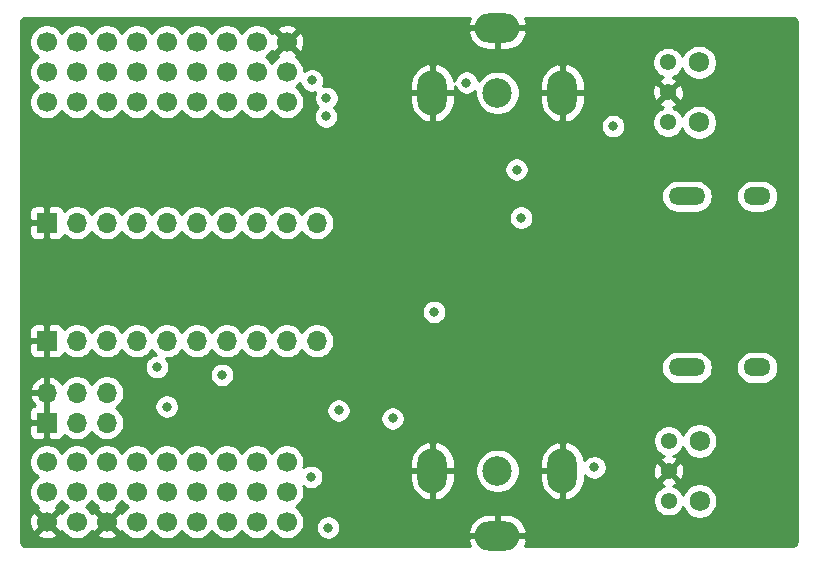
<source format=gbr>
%TF.GenerationSoftware,KiCad,Pcbnew,5.1.9-73d0e3b20d~88~ubuntu20.04.1*%
%TF.CreationDate,2021-06-05T19:42:07+02:00*%
%TF.ProjectId,andy,616e6479-2e6b-4696-9361-645f70636258,v1.00*%
%TF.SameCoordinates,Original*%
%TF.FileFunction,Copper,L2,Inr*%
%TF.FilePolarity,Positive*%
%FSLAX46Y46*%
G04 Gerber Fmt 4.6, Leading zero omitted, Abs format (unit mm)*
G04 Created by KiCad (PCBNEW 5.1.9-73d0e3b20d~88~ubuntu20.04.1) date 2021-06-05 19:42:07*
%MOMM*%
%LPD*%
G01*
G04 APERTURE LIST*
%TA.AperFunction,ComponentPad*%
%ADD10C,1.700000*%
%TD*%
%TA.AperFunction,ComponentPad*%
%ADD11C,1.381250*%
%TD*%
%TA.AperFunction,ComponentPad*%
%ADD12C,1.725000*%
%TD*%
%TA.AperFunction,ComponentPad*%
%ADD13C,1.381000*%
%TD*%
%TA.AperFunction,ComponentPad*%
%ADD14C,2.500000*%
%TD*%
%TA.AperFunction,ComponentPad*%
%ADD15O,2.500000X3.800000*%
%TD*%
%TA.AperFunction,ComponentPad*%
%ADD16O,3.800000X2.500000*%
%TD*%
%TA.AperFunction,ComponentPad*%
%ADD17O,3.100000X1.500000*%
%TD*%
%TA.AperFunction,ComponentPad*%
%ADD18O,2.300000X1.500000*%
%TD*%
%TA.AperFunction,ComponentPad*%
%ADD19O,1.700000X1.700000*%
%TD*%
%TA.AperFunction,ComponentPad*%
%ADD20R,1.700000X1.700000*%
%TD*%
%TA.AperFunction,ViaPad*%
%ADD21C,0.800000*%
%TD*%
%TA.AperFunction,Conductor*%
%ADD22C,0.254000*%
%TD*%
%TA.AperFunction,Conductor*%
%ADD23C,0.100000*%
%TD*%
G04 APERTURE END LIST*
D10*
%TO.N,GND*%
%TO.C,U1*%
X160160000Y-79680000D03*
%TO.N,+3V3*%
X157620000Y-79680000D03*
%TO.N,N/C*%
X155080000Y-79680000D03*
%TO.N,hdmi_tx_en*%
X152540000Y-79680000D03*
%TO.N,sai1_sd_a_pc1*%
X150000000Y-79680000D03*
%TO.N,sai1_mclk_b*%
X147460000Y-79680000D03*
%TO.N,sai1_sck_b*%
X144920000Y-79680000D03*
%TO.N,spdifrx_in1*%
X142380000Y-79680000D03*
%TO.N,N/C*%
X139840000Y-79680000D03*
%TO.N,hdmi_5v_in*%
X160160000Y-82220000D03*
%TO.N,hdmi_hpd_en*%
X157620000Y-82220000D03*
%TO.N,i2s1_ws*%
X155080000Y-82220000D03*
%TO.N,hdmi_rx_en*%
X152540000Y-82220000D03*
%TO.N,i2s1_mck*%
X150000000Y-82220000D03*
%TO.N,N/C*%
X147460000Y-82220000D03*
%TO.N,sai1_sd_a_pb2*%
X144920000Y-82220000D03*
%TO.N,N/C*%
X142380000Y-82220000D03*
X139840000Y-82220000D03*
%TO.N,hdmi_5v_en*%
X160160000Y-84760000D03*
%TO.N,hdmi_hpd_in*%
X157620000Y-84760000D03*
%TO.N,i2s1_ck*%
X155080000Y-84760000D03*
%TO.N,i2s1_sd*%
X152540000Y-84760000D03*
%TO.N,spdifrx_in3*%
X150000000Y-84760000D03*
%TO.N,N/C*%
X147460000Y-84760000D03*
%TO.N,i2c2_scl*%
X144920000Y-84760000D03*
%TO.N,N/C*%
X142380000Y-84760000D03*
X139840000Y-84760000D03*
%TO.N,pc14*%
X160160000Y-115240000D03*
%TO.N,N/C*%
X157620000Y-115240000D03*
X155080000Y-115240000D03*
%TO.N,cec_pb6*%
X152540000Y-115240000D03*
%TO.N,i2c3_sda*%
X150000000Y-115240000D03*
%TO.N,uart5_rx*%
X147460000Y-115240000D03*
%TO.N,N/C*%
X144920000Y-115240000D03*
%TO.N,cec_pa15*%
X142380000Y-115240000D03*
%TO.N,swdio*%
X139840000Y-115240000D03*
%TO.N,pc15*%
X160160000Y-117780000D03*
%TO.N,N/C*%
X157620000Y-117780000D03*
%TO.N,sai1_fs_b*%
X155080000Y-117780000D03*
%TO.N,spdifrx_in0*%
X152540000Y-117780000D03*
%TO.N,N/C*%
X150000000Y-117780000D03*
%TO.N,i2c2_sda*%
X147460000Y-117780000D03*
%TO.N,uart5_tx*%
X144920000Y-117780000D03*
%TO.N,N/C*%
X142380000Y-117780000D03*
%TO.N,swclk*%
X139840000Y-117780000D03*
%TO.N,N/C*%
X160160000Y-120320000D03*
%TO.N,i2s_clk*%
X157620000Y-120320000D03*
%TO.N,i2c3_scl*%
X155080000Y-120320000D03*
%TO.N,sai1_sd_b*%
X152540000Y-120320000D03*
%TO.N,N/C*%
X150000000Y-120320000D03*
%TO.N,+5V*%
X147460000Y-120320000D03*
%TO.N,GND*%
X144920000Y-120320000D03*
%TO.N,+3V3*%
X142380000Y-120320000D03*
%TO.N,GND*%
X139840000Y-120320000D03*
%TD*%
D11*
%TO.N,+3V3*%
%TO.C,U2*%
X192440000Y-86500000D03*
%TO.N,GND*%
X192440000Y-83960000D03*
%TO.N,sai1_sd_a_pb2*%
X192440000Y-81420000D03*
D12*
%TO.N,N/C*%
X195070000Y-86500000D03*
X195070000Y-81420000D03*
%TD*%
D13*
%TO.N,Net-(C3-Pad2)*%
%TO.C,U3*%
X192490000Y-118540000D03*
%TO.N,GND*%
X192490000Y-116000000D03*
%TO.N,spdifrx_in0*%
X192490000Y-113460000D03*
D12*
%TO.N,N/C*%
X195110000Y-118540000D03*
X195110000Y-113460000D03*
%TD*%
D14*
%TO.N,spdif_rx*%
%TO.C,J1*%
X178000000Y-84000000D03*
D15*
%TO.N,GND*%
X172500000Y-84000000D03*
X183500000Y-84000000D03*
D16*
X178000000Y-78500000D03*
%TD*%
%TO.N,GND*%
%TO.C,J2*%
X178000000Y-121500000D03*
D15*
X172500000Y-116000000D03*
X183500000Y-116000000D03*
D14*
%TO.N,spdif_tx*%
X178000000Y-116000000D03*
%TD*%
D17*
%TO.N,N/C*%
%TO.C,J3*%
X194040000Y-107250000D03*
X194040000Y-92750000D03*
D18*
X200000000Y-107250000D03*
X200000000Y-92750000D03*
%TD*%
D19*
%TO.N,spdifrx_in3*%
%TO.C,J4*%
X162700000Y-105000000D03*
%TO.N,cec_pb6*%
X160160000Y-105000000D03*
%TO.N,sai1_mclk_b*%
X157620000Y-105000000D03*
%TO.N,sai1_sck_b*%
X155080000Y-105000000D03*
%TO.N,sai1_fs_b*%
X152540000Y-105000000D03*
%TO.N,sai1_sd_b*%
X150000000Y-105000000D03*
%TO.N,i2c3_sda*%
X147460000Y-105000000D03*
%TO.N,i2c3_scl*%
X144920000Y-105000000D03*
%TO.N,+5V*%
X142380000Y-105000000D03*
D20*
%TO.N,GND*%
X139840000Y-105000000D03*
%TD*%
%TO.N,GND*%
%TO.C,J5*%
X139840000Y-95000000D03*
D19*
%TO.N,+5V*%
X142380000Y-95000000D03*
%TO.N,i2c3_scl*%
X144920000Y-95000000D03*
%TO.N,i2c3_sda*%
X147460000Y-95000000D03*
%TO.N,i2s1_sd*%
X150000000Y-95000000D03*
%TO.N,i2s1_ws*%
X152540000Y-95000000D03*
%TO.N,i2s1_ck*%
X155080000Y-95000000D03*
%TO.N,i2s1_mck*%
X157620000Y-95000000D03*
%TO.N,pc14*%
X160160000Y-95000000D03*
%TO.N,pc15*%
X162700000Y-95000000D03*
%TD*%
D20*
%TO.N,GND*%
%TO.C,J6*%
X139840000Y-111930000D03*
D19*
X139840000Y-109390000D03*
%TO.N,swdio*%
X142380000Y-111930000D03*
%TO.N,uart5_tx*%
X142380000Y-109390000D03*
%TO.N,swclk*%
X144920000Y-111930000D03*
%TO.N,uart5_rx*%
X144920000Y-109390000D03*
%TD*%
D21*
%TO.N,GND*%
X187820000Y-115980000D03*
X164530000Y-116130000D03*
X187780000Y-83555000D03*
X166790000Y-84430000D03*
X166929998Y-120820000D03*
X170120000Y-116520000D03*
X195080000Y-96000000D03*
X195180000Y-97500000D03*
X195170000Y-99000000D03*
X195180000Y-100500000D03*
X195180000Y-103490000D03*
X184100000Y-97800000D03*
X174060000Y-97730000D03*
X165600000Y-110030000D03*
X184100000Y-109220000D03*
X184310000Y-106260000D03*
X184100000Y-104810000D03*
X174880000Y-109520000D03*
X174890000Y-104480000D03*
X171050000Y-78450000D03*
X164330000Y-79720000D03*
X177010000Y-93950000D03*
X157590000Y-113500000D03*
X157920000Y-107870000D03*
X184100000Y-102200000D03*
X174060000Y-104700000D03*
X177229998Y-91370000D03*
X165980000Y-78910000D03*
%TO.N,+3V3*%
X163510000Y-84430000D03*
X187790000Y-86810000D03*
X186200000Y-115700000D03*
X163670000Y-120810000D03*
X179620000Y-90500000D03*
X154680000Y-107870000D03*
X164550000Y-110880000D03*
X150000000Y-110564979D03*
%TO.N,+5V*%
X172650000Y-102550000D03*
%TO.N,hdmi_tx_en*%
X175370000Y-83130000D03*
%TO.N,spdif_tx*%
X180000000Y-94569994D03*
%TO.N,spdifrx_in1*%
X162300000Y-82950000D03*
%TO.N,i2c3_scl*%
X149160000Y-107210000D03*
%TO.N,i2c2_sda*%
X169130000Y-111559998D03*
%TO.N,i2c2_scl*%
X163480000Y-85990000D03*
%TO.N,cec_pa15*%
X162230029Y-116514847D03*
%TD*%
D22*
%TO.N,GND*%
X175559886Y-77895975D02*
X175512305Y-78080355D01*
X175628428Y-78373000D01*
X177873000Y-78373000D01*
X177873000Y-78353000D01*
X178127000Y-78353000D01*
X178127000Y-78373000D01*
X180371572Y-78373000D01*
X180487695Y-78080355D01*
X180440114Y-77895975D01*
X180333713Y-77660000D01*
X202967721Y-77660000D01*
X203065424Y-77669580D01*
X203128356Y-77688580D01*
X203186405Y-77719445D01*
X203237343Y-77760989D01*
X203279248Y-77811644D01*
X203310515Y-77869471D01*
X203329956Y-77932272D01*
X203340000Y-78027835D01*
X203340001Y-121967711D01*
X203330420Y-122065424D01*
X203311420Y-122128357D01*
X203280554Y-122186406D01*
X203239011Y-122237343D01*
X203188356Y-122279248D01*
X203130529Y-122310515D01*
X203067728Y-122329956D01*
X202972165Y-122340000D01*
X180333713Y-122340000D01*
X180440114Y-122104025D01*
X180487695Y-121919645D01*
X180371572Y-121627000D01*
X178127000Y-121627000D01*
X178127000Y-121647000D01*
X177873000Y-121647000D01*
X177873000Y-121627000D01*
X175628428Y-121627000D01*
X175512305Y-121919645D01*
X175559886Y-122104025D01*
X175666287Y-122340000D01*
X138032279Y-122340000D01*
X137934576Y-122330420D01*
X137871643Y-122311420D01*
X137813594Y-122280554D01*
X137762657Y-122239011D01*
X137720752Y-122188356D01*
X137689485Y-122130529D01*
X137670044Y-122067728D01*
X137660000Y-121972165D01*
X137660000Y-121348397D01*
X138991208Y-121348397D01*
X139068843Y-121597472D01*
X139332883Y-121723371D01*
X139616411Y-121795339D01*
X139908531Y-121810611D01*
X140198019Y-121768599D01*
X140473747Y-121670919D01*
X140611157Y-121597472D01*
X140688792Y-121348397D01*
X139840000Y-120499605D01*
X138991208Y-121348397D01*
X137660000Y-121348397D01*
X137660000Y-120388531D01*
X138349389Y-120388531D01*
X138391401Y-120678019D01*
X138489081Y-120953747D01*
X138562528Y-121091157D01*
X138811603Y-121168792D01*
X139660395Y-120320000D01*
X138811603Y-119471208D01*
X138562528Y-119548843D01*
X138436629Y-119812883D01*
X138364661Y-120096411D01*
X138349389Y-120388531D01*
X137660000Y-120388531D01*
X137660000Y-115093740D01*
X138355000Y-115093740D01*
X138355000Y-115386260D01*
X138412068Y-115673158D01*
X138524010Y-115943411D01*
X138686525Y-116186632D01*
X138893368Y-116393475D01*
X139067760Y-116510000D01*
X138893368Y-116626525D01*
X138686525Y-116833368D01*
X138524010Y-117076589D01*
X138412068Y-117346842D01*
X138355000Y-117633740D01*
X138355000Y-117926260D01*
X138412068Y-118213158D01*
X138524010Y-118483411D01*
X138686525Y-118726632D01*
X138893368Y-118933475D01*
X139066729Y-119049311D01*
X138991208Y-119291603D01*
X139840000Y-120140395D01*
X140688792Y-119291603D01*
X140613271Y-119049311D01*
X140786632Y-118933475D01*
X140993475Y-118726632D01*
X141110000Y-118552240D01*
X141226525Y-118726632D01*
X141433368Y-118933475D01*
X141607760Y-119050000D01*
X141433368Y-119166525D01*
X141226525Y-119373368D01*
X141110689Y-119546729D01*
X140868397Y-119471208D01*
X140019605Y-120320000D01*
X140868397Y-121168792D01*
X141110689Y-121093271D01*
X141226525Y-121266632D01*
X141433368Y-121473475D01*
X141676589Y-121635990D01*
X141946842Y-121747932D01*
X142233740Y-121805000D01*
X142526260Y-121805000D01*
X142813158Y-121747932D01*
X143083411Y-121635990D01*
X143326632Y-121473475D01*
X143451710Y-121348397D01*
X144071208Y-121348397D01*
X144148843Y-121597472D01*
X144412883Y-121723371D01*
X144696411Y-121795339D01*
X144988531Y-121810611D01*
X145278019Y-121768599D01*
X145553747Y-121670919D01*
X145691157Y-121597472D01*
X145768792Y-121348397D01*
X144920000Y-120499605D01*
X144071208Y-121348397D01*
X143451710Y-121348397D01*
X143533475Y-121266632D01*
X143649311Y-121093271D01*
X143891603Y-121168792D01*
X144740395Y-120320000D01*
X143891603Y-119471208D01*
X143649311Y-119546729D01*
X143533475Y-119373368D01*
X143326632Y-119166525D01*
X143152240Y-119050000D01*
X143326632Y-118933475D01*
X143533475Y-118726632D01*
X143650000Y-118552240D01*
X143766525Y-118726632D01*
X143973368Y-118933475D01*
X144146729Y-119049311D01*
X144071208Y-119291603D01*
X144920000Y-120140395D01*
X145768792Y-119291603D01*
X145693271Y-119049311D01*
X145866632Y-118933475D01*
X146073475Y-118726632D01*
X146190000Y-118552240D01*
X146306525Y-118726632D01*
X146513368Y-118933475D01*
X146687760Y-119050000D01*
X146513368Y-119166525D01*
X146306525Y-119373368D01*
X146190689Y-119546729D01*
X145948397Y-119471208D01*
X145099605Y-120320000D01*
X145948397Y-121168792D01*
X146190689Y-121093271D01*
X146306525Y-121266632D01*
X146513368Y-121473475D01*
X146756589Y-121635990D01*
X147026842Y-121747932D01*
X147313740Y-121805000D01*
X147606260Y-121805000D01*
X147893158Y-121747932D01*
X148163411Y-121635990D01*
X148406632Y-121473475D01*
X148613475Y-121266632D01*
X148730000Y-121092240D01*
X148846525Y-121266632D01*
X149053368Y-121473475D01*
X149296589Y-121635990D01*
X149566842Y-121747932D01*
X149853740Y-121805000D01*
X150146260Y-121805000D01*
X150433158Y-121747932D01*
X150703411Y-121635990D01*
X150946632Y-121473475D01*
X151153475Y-121266632D01*
X151270000Y-121092240D01*
X151386525Y-121266632D01*
X151593368Y-121473475D01*
X151836589Y-121635990D01*
X152106842Y-121747932D01*
X152393740Y-121805000D01*
X152686260Y-121805000D01*
X152973158Y-121747932D01*
X153243411Y-121635990D01*
X153486632Y-121473475D01*
X153693475Y-121266632D01*
X153810000Y-121092240D01*
X153926525Y-121266632D01*
X154133368Y-121473475D01*
X154376589Y-121635990D01*
X154646842Y-121747932D01*
X154933740Y-121805000D01*
X155226260Y-121805000D01*
X155513158Y-121747932D01*
X155783411Y-121635990D01*
X156026632Y-121473475D01*
X156233475Y-121266632D01*
X156350000Y-121092240D01*
X156466525Y-121266632D01*
X156673368Y-121473475D01*
X156916589Y-121635990D01*
X157186842Y-121747932D01*
X157473740Y-121805000D01*
X157766260Y-121805000D01*
X158053158Y-121747932D01*
X158323411Y-121635990D01*
X158566632Y-121473475D01*
X158773475Y-121266632D01*
X158890000Y-121092240D01*
X159006525Y-121266632D01*
X159213368Y-121473475D01*
X159456589Y-121635990D01*
X159726842Y-121747932D01*
X160013740Y-121805000D01*
X160306260Y-121805000D01*
X160593158Y-121747932D01*
X160863411Y-121635990D01*
X161106632Y-121473475D01*
X161313475Y-121266632D01*
X161475990Y-121023411D01*
X161587932Y-120753158D01*
X161596902Y-120708061D01*
X162635000Y-120708061D01*
X162635000Y-120911939D01*
X162674774Y-121111898D01*
X162752795Y-121300256D01*
X162866063Y-121469774D01*
X163010226Y-121613937D01*
X163179744Y-121727205D01*
X163368102Y-121805226D01*
X163568061Y-121845000D01*
X163771939Y-121845000D01*
X163971898Y-121805226D01*
X164160256Y-121727205D01*
X164329774Y-121613937D01*
X164473937Y-121469774D01*
X164587205Y-121300256D01*
X164665226Y-121111898D01*
X164671500Y-121080355D01*
X175512305Y-121080355D01*
X175628428Y-121373000D01*
X177873000Y-121373000D01*
X177873000Y-119615000D01*
X178127000Y-119615000D01*
X178127000Y-121373000D01*
X180371572Y-121373000D01*
X180487695Y-121080355D01*
X180440114Y-120895975D01*
X180287878Y-120558347D01*
X180072699Y-120256906D01*
X179802847Y-120003237D01*
X179488691Y-119807088D01*
X179142305Y-119675996D01*
X178777000Y-119615000D01*
X178127000Y-119615000D01*
X177873000Y-119615000D01*
X177223000Y-119615000D01*
X176857695Y-119675996D01*
X176511309Y-119807088D01*
X176197153Y-120003237D01*
X175927301Y-120256906D01*
X175712122Y-120558347D01*
X175559886Y-120895975D01*
X175512305Y-121080355D01*
X164671500Y-121080355D01*
X164705000Y-120911939D01*
X164705000Y-120708061D01*
X164665226Y-120508102D01*
X164587205Y-120319744D01*
X164473937Y-120150226D01*
X164329774Y-120006063D01*
X164160256Y-119892795D01*
X163971898Y-119814774D01*
X163771939Y-119775000D01*
X163568061Y-119775000D01*
X163368102Y-119814774D01*
X163179744Y-119892795D01*
X163010226Y-120006063D01*
X162866063Y-120150226D01*
X162752795Y-120319744D01*
X162674774Y-120508102D01*
X162635000Y-120708061D01*
X161596902Y-120708061D01*
X161645000Y-120466260D01*
X161645000Y-120173740D01*
X161587932Y-119886842D01*
X161475990Y-119616589D01*
X161313475Y-119373368D01*
X161106632Y-119166525D01*
X160932240Y-119050000D01*
X161106632Y-118933475D01*
X161313475Y-118726632D01*
X161475990Y-118483411D01*
X161587932Y-118213158D01*
X161645000Y-117926260D01*
X161645000Y-117633740D01*
X161587932Y-117346842D01*
X161578627Y-117324378D01*
X161739773Y-117432052D01*
X161928131Y-117510073D01*
X162128090Y-117549847D01*
X162331968Y-117549847D01*
X162531927Y-117510073D01*
X162720285Y-117432052D01*
X162889803Y-117318784D01*
X163033966Y-117174621D01*
X163147234Y-117005103D01*
X163225255Y-116816745D01*
X163265029Y-116616786D01*
X163265029Y-116412908D01*
X163225255Y-116212949D01*
X163189654Y-116127000D01*
X170615000Y-116127000D01*
X170615000Y-116777000D01*
X170675996Y-117142305D01*
X170807088Y-117488691D01*
X171003237Y-117802847D01*
X171256906Y-118072699D01*
X171558347Y-118287878D01*
X171895975Y-118440114D01*
X172080355Y-118487695D01*
X172373000Y-118371572D01*
X172373000Y-116127000D01*
X172627000Y-116127000D01*
X172627000Y-118371572D01*
X172919645Y-118487695D01*
X173104025Y-118440114D01*
X173441653Y-118287878D01*
X173743094Y-118072699D01*
X173996763Y-117802847D01*
X174192912Y-117488691D01*
X174324004Y-117142305D01*
X174385000Y-116777000D01*
X174385000Y-116127000D01*
X172627000Y-116127000D01*
X172373000Y-116127000D01*
X170615000Y-116127000D01*
X163189654Y-116127000D01*
X163147234Y-116024591D01*
X163033966Y-115855073D01*
X162889803Y-115710910D01*
X162720285Y-115597642D01*
X162531927Y-115519621D01*
X162331968Y-115479847D01*
X162128090Y-115479847D01*
X161928131Y-115519621D01*
X161739773Y-115597642D01*
X161573075Y-115709026D01*
X161587932Y-115673158D01*
X161645000Y-115386260D01*
X161645000Y-115223000D01*
X170615000Y-115223000D01*
X170615000Y-115873000D01*
X172373000Y-115873000D01*
X172373000Y-113628428D01*
X172627000Y-113628428D01*
X172627000Y-115873000D01*
X174385000Y-115873000D01*
X174385000Y-115814344D01*
X176115000Y-115814344D01*
X176115000Y-116185656D01*
X176187439Y-116549834D01*
X176329534Y-116892882D01*
X176535825Y-117201618D01*
X176798382Y-117464175D01*
X177107118Y-117670466D01*
X177450166Y-117812561D01*
X177814344Y-117885000D01*
X178185656Y-117885000D01*
X178549834Y-117812561D01*
X178892882Y-117670466D01*
X179201618Y-117464175D01*
X179464175Y-117201618D01*
X179670466Y-116892882D01*
X179812561Y-116549834D01*
X179885000Y-116185656D01*
X179885000Y-116127000D01*
X181615000Y-116127000D01*
X181615000Y-116777000D01*
X181675996Y-117142305D01*
X181807088Y-117488691D01*
X182003237Y-117802847D01*
X182256906Y-118072699D01*
X182558347Y-118287878D01*
X182895975Y-118440114D01*
X183080355Y-118487695D01*
X183373000Y-118371572D01*
X183373000Y-116127000D01*
X181615000Y-116127000D01*
X179885000Y-116127000D01*
X179885000Y-115814344D01*
X179812561Y-115450166D01*
X179718466Y-115223000D01*
X181615000Y-115223000D01*
X181615000Y-115873000D01*
X183373000Y-115873000D01*
X183373000Y-113628428D01*
X183627000Y-113628428D01*
X183627000Y-115873000D01*
X183647000Y-115873000D01*
X183647000Y-116127000D01*
X183627000Y-116127000D01*
X183627000Y-118371572D01*
X183919645Y-118487695D01*
X184104025Y-118440114D01*
X184172031Y-118409450D01*
X191164500Y-118409450D01*
X191164500Y-118670550D01*
X191215438Y-118926634D01*
X191315357Y-119167860D01*
X191460417Y-119384957D01*
X191645043Y-119569583D01*
X191862140Y-119714643D01*
X192103366Y-119814562D01*
X192359450Y-119865500D01*
X192620550Y-119865500D01*
X192876634Y-119814562D01*
X193117860Y-119714643D01*
X193334957Y-119569583D01*
X193519583Y-119384957D01*
X193664643Y-119167860D01*
X193706914Y-119065808D01*
X193782933Y-119249332D01*
X193946816Y-119494601D01*
X194155399Y-119703184D01*
X194400668Y-119867067D01*
X194673195Y-119979952D01*
X194962509Y-120037500D01*
X195257491Y-120037500D01*
X195546805Y-119979952D01*
X195819332Y-119867067D01*
X196064601Y-119703184D01*
X196273184Y-119494601D01*
X196437067Y-119249332D01*
X196549952Y-118976805D01*
X196607500Y-118687491D01*
X196607500Y-118392509D01*
X196549952Y-118103195D01*
X196437067Y-117830668D01*
X196273184Y-117585399D01*
X196064601Y-117376816D01*
X195819332Y-117212933D01*
X195546805Y-117100048D01*
X195257491Y-117042500D01*
X194962509Y-117042500D01*
X194673195Y-117100048D01*
X194400668Y-117212933D01*
X194155399Y-117376816D01*
X193946816Y-117585399D01*
X193782933Y-117830668D01*
X193706914Y-118014192D01*
X193664643Y-117912140D01*
X193519583Y-117695043D01*
X193334957Y-117510417D01*
X193117860Y-117365357D01*
X192882448Y-117267846D01*
X193068047Y-117199939D01*
X193166567Y-117147279D01*
X193224875Y-116914480D01*
X192490000Y-116179605D01*
X191755125Y-116914480D01*
X191813433Y-117147279D01*
X192050257Y-117257227D01*
X192096229Y-117268394D01*
X191862140Y-117365357D01*
X191645043Y-117510417D01*
X191460417Y-117695043D01*
X191315357Y-117912140D01*
X191215438Y-118153366D01*
X191164500Y-118409450D01*
X184172031Y-118409450D01*
X184441653Y-118287878D01*
X184743094Y-118072699D01*
X184996763Y-117802847D01*
X185192912Y-117488691D01*
X185324004Y-117142305D01*
X185385000Y-116777000D01*
X185385000Y-116343217D01*
X185396063Y-116359774D01*
X185540226Y-116503937D01*
X185709744Y-116617205D01*
X185898102Y-116695226D01*
X186098061Y-116735000D01*
X186301939Y-116735000D01*
X186501898Y-116695226D01*
X186690256Y-116617205D01*
X186859774Y-116503937D01*
X187003937Y-116359774D01*
X187117205Y-116190256D01*
X187165008Y-116074849D01*
X191160192Y-116074849D01*
X191200346Y-116332844D01*
X191290061Y-116578047D01*
X191342721Y-116676567D01*
X191575520Y-116734875D01*
X192310395Y-116000000D01*
X192669605Y-116000000D01*
X193404480Y-116734875D01*
X193637279Y-116676567D01*
X193747227Y-116439743D01*
X193808859Y-116186021D01*
X193819808Y-115925151D01*
X193779654Y-115667156D01*
X193689939Y-115421953D01*
X193637279Y-115323433D01*
X193404480Y-115265125D01*
X192669605Y-116000000D01*
X192310395Y-116000000D01*
X191575520Y-115265125D01*
X191342721Y-115323433D01*
X191232773Y-115560257D01*
X191171141Y-115813979D01*
X191160192Y-116074849D01*
X187165008Y-116074849D01*
X187195226Y-116001898D01*
X187235000Y-115801939D01*
X187235000Y-115598061D01*
X187195226Y-115398102D01*
X187117205Y-115209744D01*
X187003937Y-115040226D01*
X186859774Y-114896063D01*
X186690256Y-114782795D01*
X186501898Y-114704774D01*
X186301939Y-114665000D01*
X186098061Y-114665000D01*
X185898102Y-114704774D01*
X185709744Y-114782795D01*
X185540226Y-114896063D01*
X185396063Y-115040226D01*
X185362795Y-115090015D01*
X185324004Y-114857695D01*
X185192912Y-114511309D01*
X184996763Y-114197153D01*
X184743094Y-113927301D01*
X184441653Y-113712122D01*
X184104025Y-113559886D01*
X183919645Y-113512305D01*
X183627000Y-113628428D01*
X183373000Y-113628428D01*
X183080355Y-113512305D01*
X182895975Y-113559886D01*
X182558347Y-113712122D01*
X182256906Y-113927301D01*
X182003237Y-114197153D01*
X181807088Y-114511309D01*
X181675996Y-114857695D01*
X181615000Y-115223000D01*
X179718466Y-115223000D01*
X179670466Y-115107118D01*
X179464175Y-114798382D01*
X179201618Y-114535825D01*
X178892882Y-114329534D01*
X178549834Y-114187439D01*
X178185656Y-114115000D01*
X177814344Y-114115000D01*
X177450166Y-114187439D01*
X177107118Y-114329534D01*
X176798382Y-114535825D01*
X176535825Y-114798382D01*
X176329534Y-115107118D01*
X176187439Y-115450166D01*
X176115000Y-115814344D01*
X174385000Y-115814344D01*
X174385000Y-115223000D01*
X174324004Y-114857695D01*
X174192912Y-114511309D01*
X173996763Y-114197153D01*
X173743094Y-113927301D01*
X173441653Y-113712122D01*
X173104025Y-113559886D01*
X172919645Y-113512305D01*
X172627000Y-113628428D01*
X172373000Y-113628428D01*
X172080355Y-113512305D01*
X171895975Y-113559886D01*
X171558347Y-113712122D01*
X171256906Y-113927301D01*
X171003237Y-114197153D01*
X170807088Y-114511309D01*
X170675996Y-114857695D01*
X170615000Y-115223000D01*
X161645000Y-115223000D01*
X161645000Y-115093740D01*
X161587932Y-114806842D01*
X161475990Y-114536589D01*
X161313475Y-114293368D01*
X161106632Y-114086525D01*
X160863411Y-113924010D01*
X160593158Y-113812068D01*
X160306260Y-113755000D01*
X160013740Y-113755000D01*
X159726842Y-113812068D01*
X159456589Y-113924010D01*
X159213368Y-114086525D01*
X159006525Y-114293368D01*
X158890000Y-114467760D01*
X158773475Y-114293368D01*
X158566632Y-114086525D01*
X158323411Y-113924010D01*
X158053158Y-113812068D01*
X157766260Y-113755000D01*
X157473740Y-113755000D01*
X157186842Y-113812068D01*
X156916589Y-113924010D01*
X156673368Y-114086525D01*
X156466525Y-114293368D01*
X156350000Y-114467760D01*
X156233475Y-114293368D01*
X156026632Y-114086525D01*
X155783411Y-113924010D01*
X155513158Y-113812068D01*
X155226260Y-113755000D01*
X154933740Y-113755000D01*
X154646842Y-113812068D01*
X154376589Y-113924010D01*
X154133368Y-114086525D01*
X153926525Y-114293368D01*
X153810000Y-114467760D01*
X153693475Y-114293368D01*
X153486632Y-114086525D01*
X153243411Y-113924010D01*
X152973158Y-113812068D01*
X152686260Y-113755000D01*
X152393740Y-113755000D01*
X152106842Y-113812068D01*
X151836589Y-113924010D01*
X151593368Y-114086525D01*
X151386525Y-114293368D01*
X151270000Y-114467760D01*
X151153475Y-114293368D01*
X150946632Y-114086525D01*
X150703411Y-113924010D01*
X150433158Y-113812068D01*
X150146260Y-113755000D01*
X149853740Y-113755000D01*
X149566842Y-113812068D01*
X149296589Y-113924010D01*
X149053368Y-114086525D01*
X148846525Y-114293368D01*
X148730000Y-114467760D01*
X148613475Y-114293368D01*
X148406632Y-114086525D01*
X148163411Y-113924010D01*
X147893158Y-113812068D01*
X147606260Y-113755000D01*
X147313740Y-113755000D01*
X147026842Y-113812068D01*
X146756589Y-113924010D01*
X146513368Y-114086525D01*
X146306525Y-114293368D01*
X146190000Y-114467760D01*
X146073475Y-114293368D01*
X145866632Y-114086525D01*
X145623411Y-113924010D01*
X145353158Y-113812068D01*
X145066260Y-113755000D01*
X144773740Y-113755000D01*
X144486842Y-113812068D01*
X144216589Y-113924010D01*
X143973368Y-114086525D01*
X143766525Y-114293368D01*
X143650000Y-114467760D01*
X143533475Y-114293368D01*
X143326632Y-114086525D01*
X143083411Y-113924010D01*
X142813158Y-113812068D01*
X142526260Y-113755000D01*
X142233740Y-113755000D01*
X141946842Y-113812068D01*
X141676589Y-113924010D01*
X141433368Y-114086525D01*
X141226525Y-114293368D01*
X141110000Y-114467760D01*
X140993475Y-114293368D01*
X140786632Y-114086525D01*
X140543411Y-113924010D01*
X140273158Y-113812068D01*
X139986260Y-113755000D01*
X139693740Y-113755000D01*
X139406842Y-113812068D01*
X139136589Y-113924010D01*
X138893368Y-114086525D01*
X138686525Y-114293368D01*
X138524010Y-114536589D01*
X138412068Y-114806842D01*
X138355000Y-115093740D01*
X137660000Y-115093740D01*
X137660000Y-112780000D01*
X138351928Y-112780000D01*
X138364188Y-112904482D01*
X138400498Y-113024180D01*
X138459463Y-113134494D01*
X138538815Y-113231185D01*
X138635506Y-113310537D01*
X138745820Y-113369502D01*
X138865518Y-113405812D01*
X138990000Y-113418072D01*
X139554250Y-113415000D01*
X139713000Y-113256250D01*
X139713000Y-112057000D01*
X138513750Y-112057000D01*
X138355000Y-112215750D01*
X138351928Y-112780000D01*
X137660000Y-112780000D01*
X137660000Y-111080000D01*
X138351928Y-111080000D01*
X138355000Y-111644250D01*
X138513750Y-111803000D01*
X139713000Y-111803000D01*
X139713000Y-109517000D01*
X138519186Y-109517000D01*
X138398519Y-109746891D01*
X138495843Y-110021252D01*
X138644822Y-110271355D01*
X138821626Y-110467502D01*
X138745820Y-110490498D01*
X138635506Y-110549463D01*
X138538815Y-110628815D01*
X138459463Y-110725506D01*
X138400498Y-110835820D01*
X138364188Y-110955518D01*
X138351928Y-111080000D01*
X137660000Y-111080000D01*
X137660000Y-109033109D01*
X138398519Y-109033109D01*
X138519186Y-109263000D01*
X139713000Y-109263000D01*
X139713000Y-108069845D01*
X139967000Y-108069845D01*
X139967000Y-109263000D01*
X139987000Y-109263000D01*
X139987000Y-109517000D01*
X139967000Y-109517000D01*
X139967000Y-111803000D01*
X139987000Y-111803000D01*
X139987000Y-112057000D01*
X139967000Y-112057000D01*
X139967000Y-113256250D01*
X140125750Y-113415000D01*
X140690000Y-113418072D01*
X140814482Y-113405812D01*
X140934180Y-113369502D01*
X141044494Y-113310537D01*
X141141185Y-113231185D01*
X141220537Y-113134494D01*
X141279502Y-113024180D01*
X141301513Y-112951620D01*
X141433368Y-113083475D01*
X141676589Y-113245990D01*
X141946842Y-113357932D01*
X142233740Y-113415000D01*
X142526260Y-113415000D01*
X142813158Y-113357932D01*
X143083411Y-113245990D01*
X143326632Y-113083475D01*
X143533475Y-112876632D01*
X143650000Y-112702240D01*
X143766525Y-112876632D01*
X143973368Y-113083475D01*
X144216589Y-113245990D01*
X144486842Y-113357932D01*
X144773740Y-113415000D01*
X145066260Y-113415000D01*
X145353158Y-113357932D01*
X145421919Y-113329450D01*
X191164500Y-113329450D01*
X191164500Y-113590550D01*
X191215438Y-113846634D01*
X191315357Y-114087860D01*
X191460417Y-114304957D01*
X191645043Y-114489583D01*
X191862140Y-114634643D01*
X192097552Y-114732154D01*
X191911953Y-114800061D01*
X191813433Y-114852721D01*
X191755125Y-115085520D01*
X192490000Y-115820395D01*
X193224875Y-115085520D01*
X193166567Y-114852721D01*
X192929743Y-114742773D01*
X192883771Y-114731606D01*
X193117860Y-114634643D01*
X193334957Y-114489583D01*
X193519583Y-114304957D01*
X193664643Y-114087860D01*
X193706914Y-113985808D01*
X193782933Y-114169332D01*
X193946816Y-114414601D01*
X194155399Y-114623184D01*
X194400668Y-114787067D01*
X194673195Y-114899952D01*
X194962509Y-114957500D01*
X195257491Y-114957500D01*
X195546805Y-114899952D01*
X195819332Y-114787067D01*
X196064601Y-114623184D01*
X196273184Y-114414601D01*
X196437067Y-114169332D01*
X196549952Y-113896805D01*
X196607500Y-113607491D01*
X196607500Y-113312509D01*
X196549952Y-113023195D01*
X196437067Y-112750668D01*
X196273184Y-112505399D01*
X196064601Y-112296816D01*
X195819332Y-112132933D01*
X195546805Y-112020048D01*
X195257491Y-111962500D01*
X194962509Y-111962500D01*
X194673195Y-112020048D01*
X194400668Y-112132933D01*
X194155399Y-112296816D01*
X193946816Y-112505399D01*
X193782933Y-112750668D01*
X193706914Y-112934192D01*
X193664643Y-112832140D01*
X193519583Y-112615043D01*
X193334957Y-112430417D01*
X193117860Y-112285357D01*
X192876634Y-112185438D01*
X192620550Y-112134500D01*
X192359450Y-112134500D01*
X192103366Y-112185438D01*
X191862140Y-112285357D01*
X191645043Y-112430417D01*
X191460417Y-112615043D01*
X191315357Y-112832140D01*
X191215438Y-113073366D01*
X191164500Y-113329450D01*
X145421919Y-113329450D01*
X145623411Y-113245990D01*
X145866632Y-113083475D01*
X146073475Y-112876632D01*
X146235990Y-112633411D01*
X146347932Y-112363158D01*
X146405000Y-112076260D01*
X146405000Y-111783740D01*
X146347932Y-111496842D01*
X146235990Y-111226589D01*
X146073475Y-110983368D01*
X145866632Y-110776525D01*
X145692240Y-110660000D01*
X145866632Y-110543475D01*
X145947067Y-110463040D01*
X148965000Y-110463040D01*
X148965000Y-110666918D01*
X149004774Y-110866877D01*
X149082795Y-111055235D01*
X149196063Y-111224753D01*
X149340226Y-111368916D01*
X149509744Y-111482184D01*
X149698102Y-111560205D01*
X149898061Y-111599979D01*
X150101939Y-111599979D01*
X150301898Y-111560205D01*
X150490256Y-111482184D01*
X150659774Y-111368916D01*
X150803937Y-111224753D01*
X150917205Y-111055235D01*
X150995226Y-110866877D01*
X151012892Y-110778061D01*
X163515000Y-110778061D01*
X163515000Y-110981939D01*
X163554774Y-111181898D01*
X163632795Y-111370256D01*
X163746063Y-111539774D01*
X163890226Y-111683937D01*
X164059744Y-111797205D01*
X164248102Y-111875226D01*
X164448061Y-111915000D01*
X164651939Y-111915000D01*
X164851898Y-111875226D01*
X165040256Y-111797205D01*
X165209774Y-111683937D01*
X165353937Y-111539774D01*
X165408537Y-111458059D01*
X168095000Y-111458059D01*
X168095000Y-111661937D01*
X168134774Y-111861896D01*
X168212795Y-112050254D01*
X168326063Y-112219772D01*
X168470226Y-112363935D01*
X168639744Y-112477203D01*
X168828102Y-112555224D01*
X169028061Y-112594998D01*
X169231939Y-112594998D01*
X169431898Y-112555224D01*
X169620256Y-112477203D01*
X169789774Y-112363935D01*
X169933937Y-112219772D01*
X170047205Y-112050254D01*
X170125226Y-111861896D01*
X170165000Y-111661937D01*
X170165000Y-111458059D01*
X170125226Y-111258100D01*
X170047205Y-111069742D01*
X169933937Y-110900224D01*
X169789774Y-110756061D01*
X169620256Y-110642793D01*
X169431898Y-110564772D01*
X169231939Y-110524998D01*
X169028061Y-110524998D01*
X168828102Y-110564772D01*
X168639744Y-110642793D01*
X168470226Y-110756061D01*
X168326063Y-110900224D01*
X168212795Y-111069742D01*
X168134774Y-111258100D01*
X168095000Y-111458059D01*
X165408537Y-111458059D01*
X165467205Y-111370256D01*
X165545226Y-111181898D01*
X165585000Y-110981939D01*
X165585000Y-110778061D01*
X165545226Y-110578102D01*
X165467205Y-110389744D01*
X165353937Y-110220226D01*
X165209774Y-110076063D01*
X165040256Y-109962795D01*
X164851898Y-109884774D01*
X164651939Y-109845000D01*
X164448061Y-109845000D01*
X164248102Y-109884774D01*
X164059744Y-109962795D01*
X163890226Y-110076063D01*
X163746063Y-110220226D01*
X163632795Y-110389744D01*
X163554774Y-110578102D01*
X163515000Y-110778061D01*
X151012892Y-110778061D01*
X151035000Y-110666918D01*
X151035000Y-110463040D01*
X150995226Y-110263081D01*
X150917205Y-110074723D01*
X150803937Y-109905205D01*
X150659774Y-109761042D01*
X150490256Y-109647774D01*
X150301898Y-109569753D01*
X150101939Y-109529979D01*
X149898061Y-109529979D01*
X149698102Y-109569753D01*
X149509744Y-109647774D01*
X149340226Y-109761042D01*
X149196063Y-109905205D01*
X149082795Y-110074723D01*
X149004774Y-110263081D01*
X148965000Y-110463040D01*
X145947067Y-110463040D01*
X146073475Y-110336632D01*
X146235990Y-110093411D01*
X146347932Y-109823158D01*
X146405000Y-109536260D01*
X146405000Y-109243740D01*
X146347932Y-108956842D01*
X146235990Y-108686589D01*
X146073475Y-108443368D01*
X145866632Y-108236525D01*
X145623411Y-108074010D01*
X145353158Y-107962068D01*
X145066260Y-107905000D01*
X144773740Y-107905000D01*
X144486842Y-107962068D01*
X144216589Y-108074010D01*
X143973368Y-108236525D01*
X143766525Y-108443368D01*
X143650000Y-108617760D01*
X143533475Y-108443368D01*
X143326632Y-108236525D01*
X143083411Y-108074010D01*
X142813158Y-107962068D01*
X142526260Y-107905000D01*
X142233740Y-107905000D01*
X141946842Y-107962068D01*
X141676589Y-108074010D01*
X141433368Y-108236525D01*
X141226525Y-108443368D01*
X141104805Y-108625534D01*
X141035178Y-108508645D01*
X140840269Y-108292412D01*
X140606920Y-108118359D01*
X140344099Y-107993175D01*
X140196890Y-107948524D01*
X139967000Y-108069845D01*
X139713000Y-108069845D01*
X139483110Y-107948524D01*
X139335901Y-107993175D01*
X139073080Y-108118359D01*
X138839731Y-108292412D01*
X138644822Y-108508645D01*
X138495843Y-108758748D01*
X138398519Y-109033109D01*
X137660000Y-109033109D01*
X137660000Y-105850000D01*
X138351928Y-105850000D01*
X138364188Y-105974482D01*
X138400498Y-106094180D01*
X138459463Y-106204494D01*
X138538815Y-106301185D01*
X138635506Y-106380537D01*
X138745820Y-106439502D01*
X138865518Y-106475812D01*
X138990000Y-106488072D01*
X139554250Y-106485000D01*
X139713000Y-106326250D01*
X139713000Y-105127000D01*
X138513750Y-105127000D01*
X138355000Y-105285750D01*
X138351928Y-105850000D01*
X137660000Y-105850000D01*
X137660000Y-104150000D01*
X138351928Y-104150000D01*
X138355000Y-104714250D01*
X138513750Y-104873000D01*
X139713000Y-104873000D01*
X139713000Y-103673750D01*
X139967000Y-103673750D01*
X139967000Y-104873000D01*
X139987000Y-104873000D01*
X139987000Y-105127000D01*
X139967000Y-105127000D01*
X139967000Y-106326250D01*
X140125750Y-106485000D01*
X140690000Y-106488072D01*
X140814482Y-106475812D01*
X140934180Y-106439502D01*
X141044494Y-106380537D01*
X141141185Y-106301185D01*
X141220537Y-106204494D01*
X141279502Y-106094180D01*
X141301513Y-106021620D01*
X141433368Y-106153475D01*
X141676589Y-106315990D01*
X141946842Y-106427932D01*
X142233740Y-106485000D01*
X142526260Y-106485000D01*
X142813158Y-106427932D01*
X143083411Y-106315990D01*
X143326632Y-106153475D01*
X143533475Y-105946632D01*
X143650000Y-105772240D01*
X143766525Y-105946632D01*
X143973368Y-106153475D01*
X144216589Y-106315990D01*
X144486842Y-106427932D01*
X144773740Y-106485000D01*
X145066260Y-106485000D01*
X145353158Y-106427932D01*
X145623411Y-106315990D01*
X145866632Y-106153475D01*
X146073475Y-105946632D01*
X146190000Y-105772240D01*
X146306525Y-105946632D01*
X146513368Y-106153475D01*
X146756589Y-106315990D01*
X147026842Y-106427932D01*
X147313740Y-106485000D01*
X147606260Y-106485000D01*
X147893158Y-106427932D01*
X148163411Y-106315990D01*
X148406632Y-106153475D01*
X148613475Y-105946632D01*
X148730000Y-105772240D01*
X148846525Y-105946632D01*
X149053368Y-106153475D01*
X149085582Y-106175000D01*
X149058061Y-106175000D01*
X148858102Y-106214774D01*
X148669744Y-106292795D01*
X148500226Y-106406063D01*
X148356063Y-106550226D01*
X148242795Y-106719744D01*
X148164774Y-106908102D01*
X148125000Y-107108061D01*
X148125000Y-107311939D01*
X148164774Y-107511898D01*
X148242795Y-107700256D01*
X148356063Y-107869774D01*
X148500226Y-108013937D01*
X148669744Y-108127205D01*
X148858102Y-108205226D01*
X149058061Y-108245000D01*
X149261939Y-108245000D01*
X149461898Y-108205226D01*
X149650256Y-108127205D01*
X149819774Y-108013937D01*
X149963937Y-107869774D01*
X150031899Y-107768061D01*
X153645000Y-107768061D01*
X153645000Y-107971939D01*
X153684774Y-108171898D01*
X153762795Y-108360256D01*
X153876063Y-108529774D01*
X154020226Y-108673937D01*
X154189744Y-108787205D01*
X154378102Y-108865226D01*
X154578061Y-108905000D01*
X154781939Y-108905000D01*
X154981898Y-108865226D01*
X155170256Y-108787205D01*
X155339774Y-108673937D01*
X155483937Y-108529774D01*
X155597205Y-108360256D01*
X155675226Y-108171898D01*
X155715000Y-107971939D01*
X155715000Y-107768061D01*
X155675226Y-107568102D01*
X155597205Y-107379744D01*
X155510514Y-107250000D01*
X191848299Y-107250000D01*
X191875040Y-107521507D01*
X191954236Y-107782581D01*
X192082843Y-108023188D01*
X192255919Y-108234081D01*
X192466812Y-108407157D01*
X192707419Y-108535764D01*
X192968493Y-108614960D01*
X193171963Y-108635000D01*
X194908037Y-108635000D01*
X195111507Y-108614960D01*
X195372581Y-108535764D01*
X195613188Y-108407157D01*
X195824081Y-108234081D01*
X195997157Y-108023188D01*
X196125764Y-107782581D01*
X196204960Y-107521507D01*
X196231701Y-107250000D01*
X198208299Y-107250000D01*
X198235040Y-107521507D01*
X198314236Y-107782581D01*
X198442843Y-108023188D01*
X198615919Y-108234081D01*
X198826812Y-108407157D01*
X199067419Y-108535764D01*
X199328493Y-108614960D01*
X199531963Y-108635000D01*
X200468037Y-108635000D01*
X200671507Y-108614960D01*
X200932581Y-108535764D01*
X201173188Y-108407157D01*
X201384081Y-108234081D01*
X201557157Y-108023188D01*
X201685764Y-107782581D01*
X201764960Y-107521507D01*
X201791701Y-107250000D01*
X201764960Y-106978493D01*
X201685764Y-106717419D01*
X201557157Y-106476812D01*
X201384081Y-106265919D01*
X201173188Y-106092843D01*
X200932581Y-105964236D01*
X200671507Y-105885040D01*
X200468037Y-105865000D01*
X199531963Y-105865000D01*
X199328493Y-105885040D01*
X199067419Y-105964236D01*
X198826812Y-106092843D01*
X198615919Y-106265919D01*
X198442843Y-106476812D01*
X198314236Y-106717419D01*
X198235040Y-106978493D01*
X198208299Y-107250000D01*
X196231701Y-107250000D01*
X196204960Y-106978493D01*
X196125764Y-106717419D01*
X195997157Y-106476812D01*
X195824081Y-106265919D01*
X195613188Y-106092843D01*
X195372581Y-105964236D01*
X195111507Y-105885040D01*
X194908037Y-105865000D01*
X193171963Y-105865000D01*
X192968493Y-105885040D01*
X192707419Y-105964236D01*
X192466812Y-106092843D01*
X192255919Y-106265919D01*
X192082843Y-106476812D01*
X191954236Y-106717419D01*
X191875040Y-106978493D01*
X191848299Y-107250000D01*
X155510514Y-107250000D01*
X155483937Y-107210226D01*
X155339774Y-107066063D01*
X155170256Y-106952795D01*
X154981898Y-106874774D01*
X154781939Y-106835000D01*
X154578061Y-106835000D01*
X154378102Y-106874774D01*
X154189744Y-106952795D01*
X154020226Y-107066063D01*
X153876063Y-107210226D01*
X153762795Y-107379744D01*
X153684774Y-107568102D01*
X153645000Y-107768061D01*
X150031899Y-107768061D01*
X150077205Y-107700256D01*
X150155226Y-107511898D01*
X150195000Y-107311939D01*
X150195000Y-107108061D01*
X150155226Y-106908102D01*
X150077205Y-106719744D01*
X149963937Y-106550226D01*
X149898711Y-106485000D01*
X150146260Y-106485000D01*
X150433158Y-106427932D01*
X150703411Y-106315990D01*
X150946632Y-106153475D01*
X151153475Y-105946632D01*
X151270000Y-105772240D01*
X151386525Y-105946632D01*
X151593368Y-106153475D01*
X151836589Y-106315990D01*
X152106842Y-106427932D01*
X152393740Y-106485000D01*
X152686260Y-106485000D01*
X152973158Y-106427932D01*
X153243411Y-106315990D01*
X153486632Y-106153475D01*
X153693475Y-105946632D01*
X153810000Y-105772240D01*
X153926525Y-105946632D01*
X154133368Y-106153475D01*
X154376589Y-106315990D01*
X154646842Y-106427932D01*
X154933740Y-106485000D01*
X155226260Y-106485000D01*
X155513158Y-106427932D01*
X155783411Y-106315990D01*
X156026632Y-106153475D01*
X156233475Y-105946632D01*
X156350000Y-105772240D01*
X156466525Y-105946632D01*
X156673368Y-106153475D01*
X156916589Y-106315990D01*
X157186842Y-106427932D01*
X157473740Y-106485000D01*
X157766260Y-106485000D01*
X158053158Y-106427932D01*
X158323411Y-106315990D01*
X158566632Y-106153475D01*
X158773475Y-105946632D01*
X158890000Y-105772240D01*
X159006525Y-105946632D01*
X159213368Y-106153475D01*
X159456589Y-106315990D01*
X159726842Y-106427932D01*
X160013740Y-106485000D01*
X160306260Y-106485000D01*
X160593158Y-106427932D01*
X160863411Y-106315990D01*
X161106632Y-106153475D01*
X161313475Y-105946632D01*
X161430000Y-105772240D01*
X161546525Y-105946632D01*
X161753368Y-106153475D01*
X161996589Y-106315990D01*
X162266842Y-106427932D01*
X162553740Y-106485000D01*
X162846260Y-106485000D01*
X163133158Y-106427932D01*
X163403411Y-106315990D01*
X163646632Y-106153475D01*
X163853475Y-105946632D01*
X164015990Y-105703411D01*
X164127932Y-105433158D01*
X164185000Y-105146260D01*
X164185000Y-104853740D01*
X164127932Y-104566842D01*
X164015990Y-104296589D01*
X163853475Y-104053368D01*
X163646632Y-103846525D01*
X163403411Y-103684010D01*
X163133158Y-103572068D01*
X162846260Y-103515000D01*
X162553740Y-103515000D01*
X162266842Y-103572068D01*
X161996589Y-103684010D01*
X161753368Y-103846525D01*
X161546525Y-104053368D01*
X161430000Y-104227760D01*
X161313475Y-104053368D01*
X161106632Y-103846525D01*
X160863411Y-103684010D01*
X160593158Y-103572068D01*
X160306260Y-103515000D01*
X160013740Y-103515000D01*
X159726842Y-103572068D01*
X159456589Y-103684010D01*
X159213368Y-103846525D01*
X159006525Y-104053368D01*
X158890000Y-104227760D01*
X158773475Y-104053368D01*
X158566632Y-103846525D01*
X158323411Y-103684010D01*
X158053158Y-103572068D01*
X157766260Y-103515000D01*
X157473740Y-103515000D01*
X157186842Y-103572068D01*
X156916589Y-103684010D01*
X156673368Y-103846525D01*
X156466525Y-104053368D01*
X156350000Y-104227760D01*
X156233475Y-104053368D01*
X156026632Y-103846525D01*
X155783411Y-103684010D01*
X155513158Y-103572068D01*
X155226260Y-103515000D01*
X154933740Y-103515000D01*
X154646842Y-103572068D01*
X154376589Y-103684010D01*
X154133368Y-103846525D01*
X153926525Y-104053368D01*
X153810000Y-104227760D01*
X153693475Y-104053368D01*
X153486632Y-103846525D01*
X153243411Y-103684010D01*
X152973158Y-103572068D01*
X152686260Y-103515000D01*
X152393740Y-103515000D01*
X152106842Y-103572068D01*
X151836589Y-103684010D01*
X151593368Y-103846525D01*
X151386525Y-104053368D01*
X151270000Y-104227760D01*
X151153475Y-104053368D01*
X150946632Y-103846525D01*
X150703411Y-103684010D01*
X150433158Y-103572068D01*
X150146260Y-103515000D01*
X149853740Y-103515000D01*
X149566842Y-103572068D01*
X149296589Y-103684010D01*
X149053368Y-103846525D01*
X148846525Y-104053368D01*
X148730000Y-104227760D01*
X148613475Y-104053368D01*
X148406632Y-103846525D01*
X148163411Y-103684010D01*
X147893158Y-103572068D01*
X147606260Y-103515000D01*
X147313740Y-103515000D01*
X147026842Y-103572068D01*
X146756589Y-103684010D01*
X146513368Y-103846525D01*
X146306525Y-104053368D01*
X146190000Y-104227760D01*
X146073475Y-104053368D01*
X145866632Y-103846525D01*
X145623411Y-103684010D01*
X145353158Y-103572068D01*
X145066260Y-103515000D01*
X144773740Y-103515000D01*
X144486842Y-103572068D01*
X144216589Y-103684010D01*
X143973368Y-103846525D01*
X143766525Y-104053368D01*
X143650000Y-104227760D01*
X143533475Y-104053368D01*
X143326632Y-103846525D01*
X143083411Y-103684010D01*
X142813158Y-103572068D01*
X142526260Y-103515000D01*
X142233740Y-103515000D01*
X141946842Y-103572068D01*
X141676589Y-103684010D01*
X141433368Y-103846525D01*
X141301513Y-103978380D01*
X141279502Y-103905820D01*
X141220537Y-103795506D01*
X141141185Y-103698815D01*
X141044494Y-103619463D01*
X140934180Y-103560498D01*
X140814482Y-103524188D01*
X140690000Y-103511928D01*
X140125750Y-103515000D01*
X139967000Y-103673750D01*
X139713000Y-103673750D01*
X139554250Y-103515000D01*
X138990000Y-103511928D01*
X138865518Y-103524188D01*
X138745820Y-103560498D01*
X138635506Y-103619463D01*
X138538815Y-103698815D01*
X138459463Y-103795506D01*
X138400498Y-103905820D01*
X138364188Y-104025518D01*
X138351928Y-104150000D01*
X137660000Y-104150000D01*
X137660000Y-102448061D01*
X171615000Y-102448061D01*
X171615000Y-102651939D01*
X171654774Y-102851898D01*
X171732795Y-103040256D01*
X171846063Y-103209774D01*
X171990226Y-103353937D01*
X172159744Y-103467205D01*
X172348102Y-103545226D01*
X172548061Y-103585000D01*
X172751939Y-103585000D01*
X172951898Y-103545226D01*
X173140256Y-103467205D01*
X173309774Y-103353937D01*
X173453937Y-103209774D01*
X173567205Y-103040256D01*
X173645226Y-102851898D01*
X173685000Y-102651939D01*
X173685000Y-102448061D01*
X173645226Y-102248102D01*
X173567205Y-102059744D01*
X173453937Y-101890226D01*
X173309774Y-101746063D01*
X173140256Y-101632795D01*
X172951898Y-101554774D01*
X172751939Y-101515000D01*
X172548061Y-101515000D01*
X172348102Y-101554774D01*
X172159744Y-101632795D01*
X171990226Y-101746063D01*
X171846063Y-101890226D01*
X171732795Y-102059744D01*
X171654774Y-102248102D01*
X171615000Y-102448061D01*
X137660000Y-102448061D01*
X137660000Y-95850000D01*
X138351928Y-95850000D01*
X138364188Y-95974482D01*
X138400498Y-96094180D01*
X138459463Y-96204494D01*
X138538815Y-96301185D01*
X138635506Y-96380537D01*
X138745820Y-96439502D01*
X138865518Y-96475812D01*
X138990000Y-96488072D01*
X139554250Y-96485000D01*
X139713000Y-96326250D01*
X139713000Y-95127000D01*
X138513750Y-95127000D01*
X138355000Y-95285750D01*
X138351928Y-95850000D01*
X137660000Y-95850000D01*
X137660000Y-94150000D01*
X138351928Y-94150000D01*
X138355000Y-94714250D01*
X138513750Y-94873000D01*
X139713000Y-94873000D01*
X139713000Y-93673750D01*
X139967000Y-93673750D01*
X139967000Y-94873000D01*
X139987000Y-94873000D01*
X139987000Y-95127000D01*
X139967000Y-95127000D01*
X139967000Y-96326250D01*
X140125750Y-96485000D01*
X140690000Y-96488072D01*
X140814482Y-96475812D01*
X140934180Y-96439502D01*
X141044494Y-96380537D01*
X141141185Y-96301185D01*
X141220537Y-96204494D01*
X141279502Y-96094180D01*
X141301513Y-96021620D01*
X141433368Y-96153475D01*
X141676589Y-96315990D01*
X141946842Y-96427932D01*
X142233740Y-96485000D01*
X142526260Y-96485000D01*
X142813158Y-96427932D01*
X143083411Y-96315990D01*
X143326632Y-96153475D01*
X143533475Y-95946632D01*
X143650000Y-95772240D01*
X143766525Y-95946632D01*
X143973368Y-96153475D01*
X144216589Y-96315990D01*
X144486842Y-96427932D01*
X144773740Y-96485000D01*
X145066260Y-96485000D01*
X145353158Y-96427932D01*
X145623411Y-96315990D01*
X145866632Y-96153475D01*
X146073475Y-95946632D01*
X146190000Y-95772240D01*
X146306525Y-95946632D01*
X146513368Y-96153475D01*
X146756589Y-96315990D01*
X147026842Y-96427932D01*
X147313740Y-96485000D01*
X147606260Y-96485000D01*
X147893158Y-96427932D01*
X148163411Y-96315990D01*
X148406632Y-96153475D01*
X148613475Y-95946632D01*
X148730000Y-95772240D01*
X148846525Y-95946632D01*
X149053368Y-96153475D01*
X149296589Y-96315990D01*
X149566842Y-96427932D01*
X149853740Y-96485000D01*
X150146260Y-96485000D01*
X150433158Y-96427932D01*
X150703411Y-96315990D01*
X150946632Y-96153475D01*
X151153475Y-95946632D01*
X151270000Y-95772240D01*
X151386525Y-95946632D01*
X151593368Y-96153475D01*
X151836589Y-96315990D01*
X152106842Y-96427932D01*
X152393740Y-96485000D01*
X152686260Y-96485000D01*
X152973158Y-96427932D01*
X153243411Y-96315990D01*
X153486632Y-96153475D01*
X153693475Y-95946632D01*
X153810000Y-95772240D01*
X153926525Y-95946632D01*
X154133368Y-96153475D01*
X154376589Y-96315990D01*
X154646842Y-96427932D01*
X154933740Y-96485000D01*
X155226260Y-96485000D01*
X155513158Y-96427932D01*
X155783411Y-96315990D01*
X156026632Y-96153475D01*
X156233475Y-95946632D01*
X156350000Y-95772240D01*
X156466525Y-95946632D01*
X156673368Y-96153475D01*
X156916589Y-96315990D01*
X157186842Y-96427932D01*
X157473740Y-96485000D01*
X157766260Y-96485000D01*
X158053158Y-96427932D01*
X158323411Y-96315990D01*
X158566632Y-96153475D01*
X158773475Y-95946632D01*
X158890000Y-95772240D01*
X159006525Y-95946632D01*
X159213368Y-96153475D01*
X159456589Y-96315990D01*
X159726842Y-96427932D01*
X160013740Y-96485000D01*
X160306260Y-96485000D01*
X160593158Y-96427932D01*
X160863411Y-96315990D01*
X161106632Y-96153475D01*
X161313475Y-95946632D01*
X161430000Y-95772240D01*
X161546525Y-95946632D01*
X161753368Y-96153475D01*
X161996589Y-96315990D01*
X162266842Y-96427932D01*
X162553740Y-96485000D01*
X162846260Y-96485000D01*
X163133158Y-96427932D01*
X163403411Y-96315990D01*
X163646632Y-96153475D01*
X163853475Y-95946632D01*
X164015990Y-95703411D01*
X164127932Y-95433158D01*
X164185000Y-95146260D01*
X164185000Y-94853740D01*
X164127932Y-94566842D01*
X164087014Y-94468055D01*
X178965000Y-94468055D01*
X178965000Y-94671933D01*
X179004774Y-94871892D01*
X179082795Y-95060250D01*
X179196063Y-95229768D01*
X179340226Y-95373931D01*
X179509744Y-95487199D01*
X179698102Y-95565220D01*
X179898061Y-95604994D01*
X180101939Y-95604994D01*
X180301898Y-95565220D01*
X180490256Y-95487199D01*
X180659774Y-95373931D01*
X180803937Y-95229768D01*
X180917205Y-95060250D01*
X180995226Y-94871892D01*
X181035000Y-94671933D01*
X181035000Y-94468055D01*
X180995226Y-94268096D01*
X180917205Y-94079738D01*
X180803937Y-93910220D01*
X180659774Y-93766057D01*
X180490256Y-93652789D01*
X180301898Y-93574768D01*
X180101939Y-93534994D01*
X179898061Y-93534994D01*
X179698102Y-93574768D01*
X179509744Y-93652789D01*
X179340226Y-93766057D01*
X179196063Y-93910220D01*
X179082795Y-94079738D01*
X179004774Y-94268096D01*
X178965000Y-94468055D01*
X164087014Y-94468055D01*
X164015990Y-94296589D01*
X163853475Y-94053368D01*
X163646632Y-93846525D01*
X163403411Y-93684010D01*
X163133158Y-93572068D01*
X162846260Y-93515000D01*
X162553740Y-93515000D01*
X162266842Y-93572068D01*
X161996589Y-93684010D01*
X161753368Y-93846525D01*
X161546525Y-94053368D01*
X161430000Y-94227760D01*
X161313475Y-94053368D01*
X161106632Y-93846525D01*
X160863411Y-93684010D01*
X160593158Y-93572068D01*
X160306260Y-93515000D01*
X160013740Y-93515000D01*
X159726842Y-93572068D01*
X159456589Y-93684010D01*
X159213368Y-93846525D01*
X159006525Y-94053368D01*
X158890000Y-94227760D01*
X158773475Y-94053368D01*
X158566632Y-93846525D01*
X158323411Y-93684010D01*
X158053158Y-93572068D01*
X157766260Y-93515000D01*
X157473740Y-93515000D01*
X157186842Y-93572068D01*
X156916589Y-93684010D01*
X156673368Y-93846525D01*
X156466525Y-94053368D01*
X156350000Y-94227760D01*
X156233475Y-94053368D01*
X156026632Y-93846525D01*
X155783411Y-93684010D01*
X155513158Y-93572068D01*
X155226260Y-93515000D01*
X154933740Y-93515000D01*
X154646842Y-93572068D01*
X154376589Y-93684010D01*
X154133368Y-93846525D01*
X153926525Y-94053368D01*
X153810000Y-94227760D01*
X153693475Y-94053368D01*
X153486632Y-93846525D01*
X153243411Y-93684010D01*
X152973158Y-93572068D01*
X152686260Y-93515000D01*
X152393740Y-93515000D01*
X152106842Y-93572068D01*
X151836589Y-93684010D01*
X151593368Y-93846525D01*
X151386525Y-94053368D01*
X151270000Y-94227760D01*
X151153475Y-94053368D01*
X150946632Y-93846525D01*
X150703411Y-93684010D01*
X150433158Y-93572068D01*
X150146260Y-93515000D01*
X149853740Y-93515000D01*
X149566842Y-93572068D01*
X149296589Y-93684010D01*
X149053368Y-93846525D01*
X148846525Y-94053368D01*
X148730000Y-94227760D01*
X148613475Y-94053368D01*
X148406632Y-93846525D01*
X148163411Y-93684010D01*
X147893158Y-93572068D01*
X147606260Y-93515000D01*
X147313740Y-93515000D01*
X147026842Y-93572068D01*
X146756589Y-93684010D01*
X146513368Y-93846525D01*
X146306525Y-94053368D01*
X146190000Y-94227760D01*
X146073475Y-94053368D01*
X145866632Y-93846525D01*
X145623411Y-93684010D01*
X145353158Y-93572068D01*
X145066260Y-93515000D01*
X144773740Y-93515000D01*
X144486842Y-93572068D01*
X144216589Y-93684010D01*
X143973368Y-93846525D01*
X143766525Y-94053368D01*
X143650000Y-94227760D01*
X143533475Y-94053368D01*
X143326632Y-93846525D01*
X143083411Y-93684010D01*
X142813158Y-93572068D01*
X142526260Y-93515000D01*
X142233740Y-93515000D01*
X141946842Y-93572068D01*
X141676589Y-93684010D01*
X141433368Y-93846525D01*
X141301513Y-93978380D01*
X141279502Y-93905820D01*
X141220537Y-93795506D01*
X141141185Y-93698815D01*
X141044494Y-93619463D01*
X140934180Y-93560498D01*
X140814482Y-93524188D01*
X140690000Y-93511928D01*
X140125750Y-93515000D01*
X139967000Y-93673750D01*
X139713000Y-93673750D01*
X139554250Y-93515000D01*
X138990000Y-93511928D01*
X138865518Y-93524188D01*
X138745820Y-93560498D01*
X138635506Y-93619463D01*
X138538815Y-93698815D01*
X138459463Y-93795506D01*
X138400498Y-93905820D01*
X138364188Y-94025518D01*
X138351928Y-94150000D01*
X137660000Y-94150000D01*
X137660000Y-92750000D01*
X191848299Y-92750000D01*
X191875040Y-93021507D01*
X191954236Y-93282581D01*
X192082843Y-93523188D01*
X192255919Y-93734081D01*
X192466812Y-93907157D01*
X192707419Y-94035764D01*
X192968493Y-94114960D01*
X193171963Y-94135000D01*
X194908037Y-94135000D01*
X195111507Y-94114960D01*
X195372581Y-94035764D01*
X195613188Y-93907157D01*
X195824081Y-93734081D01*
X195997157Y-93523188D01*
X196125764Y-93282581D01*
X196204960Y-93021507D01*
X196231701Y-92750000D01*
X198208299Y-92750000D01*
X198235040Y-93021507D01*
X198314236Y-93282581D01*
X198442843Y-93523188D01*
X198615919Y-93734081D01*
X198826812Y-93907157D01*
X199067419Y-94035764D01*
X199328493Y-94114960D01*
X199531963Y-94135000D01*
X200468037Y-94135000D01*
X200671507Y-94114960D01*
X200932581Y-94035764D01*
X201173188Y-93907157D01*
X201384081Y-93734081D01*
X201557157Y-93523188D01*
X201685764Y-93282581D01*
X201764960Y-93021507D01*
X201791701Y-92750000D01*
X201764960Y-92478493D01*
X201685764Y-92217419D01*
X201557157Y-91976812D01*
X201384081Y-91765919D01*
X201173188Y-91592843D01*
X200932581Y-91464236D01*
X200671507Y-91385040D01*
X200468037Y-91365000D01*
X199531963Y-91365000D01*
X199328493Y-91385040D01*
X199067419Y-91464236D01*
X198826812Y-91592843D01*
X198615919Y-91765919D01*
X198442843Y-91976812D01*
X198314236Y-92217419D01*
X198235040Y-92478493D01*
X198208299Y-92750000D01*
X196231701Y-92750000D01*
X196204960Y-92478493D01*
X196125764Y-92217419D01*
X195997157Y-91976812D01*
X195824081Y-91765919D01*
X195613188Y-91592843D01*
X195372581Y-91464236D01*
X195111507Y-91385040D01*
X194908037Y-91365000D01*
X193171963Y-91365000D01*
X192968493Y-91385040D01*
X192707419Y-91464236D01*
X192466812Y-91592843D01*
X192255919Y-91765919D01*
X192082843Y-91976812D01*
X191954236Y-92217419D01*
X191875040Y-92478493D01*
X191848299Y-92750000D01*
X137660000Y-92750000D01*
X137660000Y-90398061D01*
X178585000Y-90398061D01*
X178585000Y-90601939D01*
X178624774Y-90801898D01*
X178702795Y-90990256D01*
X178816063Y-91159774D01*
X178960226Y-91303937D01*
X179129744Y-91417205D01*
X179318102Y-91495226D01*
X179518061Y-91535000D01*
X179721939Y-91535000D01*
X179921898Y-91495226D01*
X180110256Y-91417205D01*
X180279774Y-91303937D01*
X180423937Y-91159774D01*
X180537205Y-90990256D01*
X180615226Y-90801898D01*
X180655000Y-90601939D01*
X180655000Y-90398061D01*
X180615226Y-90198102D01*
X180537205Y-90009744D01*
X180423937Y-89840226D01*
X180279774Y-89696063D01*
X180110256Y-89582795D01*
X179921898Y-89504774D01*
X179721939Y-89465000D01*
X179518061Y-89465000D01*
X179318102Y-89504774D01*
X179129744Y-89582795D01*
X178960226Y-89696063D01*
X178816063Y-89840226D01*
X178702795Y-90009744D01*
X178624774Y-90198102D01*
X178585000Y-90398061D01*
X137660000Y-90398061D01*
X137660000Y-79533740D01*
X138355000Y-79533740D01*
X138355000Y-79826260D01*
X138412068Y-80113158D01*
X138524010Y-80383411D01*
X138686525Y-80626632D01*
X138893368Y-80833475D01*
X139067760Y-80950000D01*
X138893368Y-81066525D01*
X138686525Y-81273368D01*
X138524010Y-81516589D01*
X138412068Y-81786842D01*
X138355000Y-82073740D01*
X138355000Y-82366260D01*
X138412068Y-82653158D01*
X138524010Y-82923411D01*
X138686525Y-83166632D01*
X138893368Y-83373475D01*
X139067760Y-83490000D01*
X138893368Y-83606525D01*
X138686525Y-83813368D01*
X138524010Y-84056589D01*
X138412068Y-84326842D01*
X138355000Y-84613740D01*
X138355000Y-84906260D01*
X138412068Y-85193158D01*
X138524010Y-85463411D01*
X138686525Y-85706632D01*
X138893368Y-85913475D01*
X139136589Y-86075990D01*
X139406842Y-86187932D01*
X139693740Y-86245000D01*
X139986260Y-86245000D01*
X140273158Y-86187932D01*
X140543411Y-86075990D01*
X140786632Y-85913475D01*
X140993475Y-85706632D01*
X141110000Y-85532240D01*
X141226525Y-85706632D01*
X141433368Y-85913475D01*
X141676589Y-86075990D01*
X141946842Y-86187932D01*
X142233740Y-86245000D01*
X142526260Y-86245000D01*
X142813158Y-86187932D01*
X143083411Y-86075990D01*
X143326632Y-85913475D01*
X143533475Y-85706632D01*
X143650000Y-85532240D01*
X143766525Y-85706632D01*
X143973368Y-85913475D01*
X144216589Y-86075990D01*
X144486842Y-86187932D01*
X144773740Y-86245000D01*
X145066260Y-86245000D01*
X145353158Y-86187932D01*
X145623411Y-86075990D01*
X145866632Y-85913475D01*
X146073475Y-85706632D01*
X146190000Y-85532240D01*
X146306525Y-85706632D01*
X146513368Y-85913475D01*
X146756589Y-86075990D01*
X147026842Y-86187932D01*
X147313740Y-86245000D01*
X147606260Y-86245000D01*
X147893158Y-86187932D01*
X148163411Y-86075990D01*
X148406632Y-85913475D01*
X148613475Y-85706632D01*
X148730000Y-85532240D01*
X148846525Y-85706632D01*
X149053368Y-85913475D01*
X149296589Y-86075990D01*
X149566842Y-86187932D01*
X149853740Y-86245000D01*
X150146260Y-86245000D01*
X150433158Y-86187932D01*
X150703411Y-86075990D01*
X150946632Y-85913475D01*
X151153475Y-85706632D01*
X151270000Y-85532240D01*
X151386525Y-85706632D01*
X151593368Y-85913475D01*
X151836589Y-86075990D01*
X152106842Y-86187932D01*
X152393740Y-86245000D01*
X152686260Y-86245000D01*
X152973158Y-86187932D01*
X153243411Y-86075990D01*
X153486632Y-85913475D01*
X153693475Y-85706632D01*
X153810000Y-85532240D01*
X153926525Y-85706632D01*
X154133368Y-85913475D01*
X154376589Y-86075990D01*
X154646842Y-86187932D01*
X154933740Y-86245000D01*
X155226260Y-86245000D01*
X155513158Y-86187932D01*
X155783411Y-86075990D01*
X156026632Y-85913475D01*
X156233475Y-85706632D01*
X156350000Y-85532240D01*
X156466525Y-85706632D01*
X156673368Y-85913475D01*
X156916589Y-86075990D01*
X157186842Y-86187932D01*
X157473740Y-86245000D01*
X157766260Y-86245000D01*
X158053158Y-86187932D01*
X158323411Y-86075990D01*
X158566632Y-85913475D01*
X158773475Y-85706632D01*
X158890000Y-85532240D01*
X159006525Y-85706632D01*
X159213368Y-85913475D01*
X159456589Y-86075990D01*
X159726842Y-86187932D01*
X160013740Y-86245000D01*
X160306260Y-86245000D01*
X160593158Y-86187932D01*
X160863411Y-86075990D01*
X161106632Y-85913475D01*
X161313475Y-85706632D01*
X161475990Y-85463411D01*
X161587932Y-85193158D01*
X161645000Y-84906260D01*
X161645000Y-84613740D01*
X161587932Y-84326842D01*
X161475990Y-84056589D01*
X161313475Y-83813368D01*
X161106632Y-83606525D01*
X160932240Y-83490000D01*
X161106632Y-83373475D01*
X161292071Y-83188036D01*
X161304774Y-83251898D01*
X161382795Y-83440256D01*
X161496063Y-83609774D01*
X161640226Y-83753937D01*
X161809744Y-83867205D01*
X161998102Y-83945226D01*
X162198061Y-83985000D01*
X162401939Y-83985000D01*
X162589503Y-83947691D01*
X162514774Y-84128102D01*
X162475000Y-84328061D01*
X162475000Y-84531939D01*
X162514774Y-84731898D01*
X162592795Y-84920256D01*
X162706063Y-85089774D01*
X162811289Y-85195000D01*
X162676063Y-85330226D01*
X162562795Y-85499744D01*
X162484774Y-85688102D01*
X162445000Y-85888061D01*
X162445000Y-86091939D01*
X162484774Y-86291898D01*
X162562795Y-86480256D01*
X162676063Y-86649774D01*
X162820226Y-86793937D01*
X162989744Y-86907205D01*
X163178102Y-86985226D01*
X163378061Y-87025000D01*
X163581939Y-87025000D01*
X163781898Y-86985226D01*
X163970256Y-86907205D01*
X164139774Y-86793937D01*
X164225650Y-86708061D01*
X186755000Y-86708061D01*
X186755000Y-86911939D01*
X186794774Y-87111898D01*
X186872795Y-87300256D01*
X186986063Y-87469774D01*
X187130226Y-87613937D01*
X187299744Y-87727205D01*
X187488102Y-87805226D01*
X187688061Y-87845000D01*
X187891939Y-87845000D01*
X188091898Y-87805226D01*
X188280256Y-87727205D01*
X188449774Y-87613937D01*
X188593937Y-87469774D01*
X188707205Y-87300256D01*
X188785226Y-87111898D01*
X188825000Y-86911939D01*
X188825000Y-86708061D01*
X188785226Y-86508102D01*
X188727789Y-86369437D01*
X191114375Y-86369437D01*
X191114375Y-86630563D01*
X191165318Y-86886671D01*
X191265246Y-87127919D01*
X191410320Y-87345037D01*
X191594963Y-87529680D01*
X191812081Y-87674754D01*
X192053329Y-87774682D01*
X192309437Y-87825625D01*
X192570563Y-87825625D01*
X192826671Y-87774682D01*
X193067919Y-87674754D01*
X193285037Y-87529680D01*
X193469680Y-87345037D01*
X193614754Y-87127919D01*
X193661982Y-87013900D01*
X193742933Y-87209332D01*
X193906816Y-87454601D01*
X194115399Y-87663184D01*
X194360668Y-87827067D01*
X194633195Y-87939952D01*
X194922509Y-87997500D01*
X195217491Y-87997500D01*
X195506805Y-87939952D01*
X195779332Y-87827067D01*
X196024601Y-87663184D01*
X196233184Y-87454601D01*
X196397067Y-87209332D01*
X196509952Y-86936805D01*
X196567500Y-86647491D01*
X196567500Y-86352509D01*
X196509952Y-86063195D01*
X196397067Y-85790668D01*
X196233184Y-85545399D01*
X196024601Y-85336816D01*
X195779332Y-85172933D01*
X195506805Y-85060048D01*
X195217491Y-85002500D01*
X194922509Y-85002500D01*
X194633195Y-85060048D01*
X194360668Y-85172933D01*
X194115399Y-85336816D01*
X193906816Y-85545399D01*
X193742933Y-85790668D01*
X193661982Y-85986100D01*
X193614754Y-85872081D01*
X193469680Y-85654963D01*
X193285037Y-85470320D01*
X193067919Y-85325246D01*
X192832793Y-85227854D01*
X193018092Y-85160058D01*
X193116641Y-85107382D01*
X193174963Y-84874568D01*
X192440000Y-84139605D01*
X191705037Y-84874568D01*
X191763359Y-85107382D01*
X192000204Y-85217342D01*
X192045828Y-85228425D01*
X191812081Y-85325246D01*
X191594963Y-85470320D01*
X191410320Y-85654963D01*
X191265246Y-85872081D01*
X191165318Y-86113329D01*
X191114375Y-86369437D01*
X188727789Y-86369437D01*
X188707205Y-86319744D01*
X188593937Y-86150226D01*
X188449774Y-86006063D01*
X188280256Y-85892795D01*
X188091898Y-85814774D01*
X187891939Y-85775000D01*
X187688061Y-85775000D01*
X187488102Y-85814774D01*
X187299744Y-85892795D01*
X187130226Y-86006063D01*
X186986063Y-86150226D01*
X186872795Y-86319744D01*
X186794774Y-86508102D01*
X186755000Y-86708061D01*
X164225650Y-86708061D01*
X164283937Y-86649774D01*
X164397205Y-86480256D01*
X164475226Y-86291898D01*
X164515000Y-86091939D01*
X164515000Y-85888061D01*
X164475226Y-85688102D01*
X164397205Y-85499744D01*
X164283937Y-85330226D01*
X164178711Y-85225000D01*
X164313937Y-85089774D01*
X164427205Y-84920256D01*
X164505226Y-84731898D01*
X164545000Y-84531939D01*
X164545000Y-84328061D01*
X164505226Y-84128102D01*
X164504770Y-84127000D01*
X170615000Y-84127000D01*
X170615000Y-84777000D01*
X170675996Y-85142305D01*
X170807088Y-85488691D01*
X171003237Y-85802847D01*
X171256906Y-86072699D01*
X171558347Y-86287878D01*
X171895975Y-86440114D01*
X172080355Y-86487695D01*
X172373000Y-86371572D01*
X172373000Y-84127000D01*
X172627000Y-84127000D01*
X172627000Y-86371572D01*
X172919645Y-86487695D01*
X173104025Y-86440114D01*
X173441653Y-86287878D01*
X173743094Y-86072699D01*
X173996763Y-85802847D01*
X174192912Y-85488691D01*
X174324004Y-85142305D01*
X174385000Y-84777000D01*
X174385000Y-84127000D01*
X172627000Y-84127000D01*
X172373000Y-84127000D01*
X170615000Y-84127000D01*
X164504770Y-84127000D01*
X164427205Y-83939744D01*
X164313937Y-83770226D01*
X164169774Y-83626063D01*
X164000256Y-83512795D01*
X163811898Y-83434774D01*
X163611939Y-83395000D01*
X163408061Y-83395000D01*
X163220497Y-83432309D01*
X163295226Y-83251898D01*
X163300974Y-83223000D01*
X170615000Y-83223000D01*
X170615000Y-83873000D01*
X172373000Y-83873000D01*
X172373000Y-81628428D01*
X172627000Y-81628428D01*
X172627000Y-83873000D01*
X174385000Y-83873000D01*
X174385000Y-83456586D01*
X174452795Y-83620256D01*
X174566063Y-83789774D01*
X174710226Y-83933937D01*
X174879744Y-84047205D01*
X175068102Y-84125226D01*
X175268061Y-84165000D01*
X175471939Y-84165000D01*
X175671898Y-84125226D01*
X175860256Y-84047205D01*
X176029774Y-83933937D01*
X176115000Y-83848711D01*
X176115000Y-84185656D01*
X176187439Y-84549834D01*
X176329534Y-84892882D01*
X176535825Y-85201618D01*
X176798382Y-85464175D01*
X177107118Y-85670466D01*
X177450166Y-85812561D01*
X177814344Y-85885000D01*
X178185656Y-85885000D01*
X178549834Y-85812561D01*
X178892882Y-85670466D01*
X179201618Y-85464175D01*
X179464175Y-85201618D01*
X179670466Y-84892882D01*
X179812561Y-84549834D01*
X179885000Y-84185656D01*
X179885000Y-84127000D01*
X181615000Y-84127000D01*
X181615000Y-84777000D01*
X181675996Y-85142305D01*
X181807088Y-85488691D01*
X182003237Y-85802847D01*
X182256906Y-86072699D01*
X182558347Y-86287878D01*
X182895975Y-86440114D01*
X183080355Y-86487695D01*
X183373000Y-86371572D01*
X183373000Y-84127000D01*
X183627000Y-84127000D01*
X183627000Y-86371572D01*
X183919645Y-86487695D01*
X184104025Y-86440114D01*
X184441653Y-86287878D01*
X184743094Y-86072699D01*
X184996763Y-85802847D01*
X185192912Y-85488691D01*
X185324004Y-85142305D01*
X185385000Y-84777000D01*
X185385000Y-84127000D01*
X183627000Y-84127000D01*
X183373000Y-84127000D01*
X181615000Y-84127000D01*
X179885000Y-84127000D01*
X179885000Y-84034845D01*
X191110064Y-84034845D01*
X191150220Y-84292865D01*
X191239942Y-84538092D01*
X191292618Y-84636641D01*
X191525432Y-84694963D01*
X192260395Y-83960000D01*
X192619605Y-83960000D01*
X193354568Y-84694963D01*
X193587382Y-84636641D01*
X193697342Y-84399796D01*
X193758983Y-84146050D01*
X193769936Y-83885155D01*
X193729780Y-83627135D01*
X193640058Y-83381908D01*
X193587382Y-83283359D01*
X193354568Y-83225037D01*
X192619605Y-83960000D01*
X192260395Y-83960000D01*
X191525432Y-83225037D01*
X191292618Y-83283359D01*
X191182658Y-83520204D01*
X191121017Y-83773950D01*
X191110064Y-84034845D01*
X179885000Y-84034845D01*
X179885000Y-83814344D01*
X179812561Y-83450166D01*
X179718466Y-83223000D01*
X181615000Y-83223000D01*
X181615000Y-83873000D01*
X183373000Y-83873000D01*
X183373000Y-81628428D01*
X183627000Y-81628428D01*
X183627000Y-83873000D01*
X185385000Y-83873000D01*
X185385000Y-83223000D01*
X185324004Y-82857695D01*
X185192912Y-82511309D01*
X184996763Y-82197153D01*
X184743094Y-81927301D01*
X184441653Y-81712122D01*
X184104025Y-81559886D01*
X183919645Y-81512305D01*
X183627000Y-81628428D01*
X183373000Y-81628428D01*
X183080355Y-81512305D01*
X182895975Y-81559886D01*
X182558347Y-81712122D01*
X182256906Y-81927301D01*
X182003237Y-82197153D01*
X181807088Y-82511309D01*
X181675996Y-82857695D01*
X181615000Y-83223000D01*
X179718466Y-83223000D01*
X179670466Y-83107118D01*
X179464175Y-82798382D01*
X179201618Y-82535825D01*
X178892882Y-82329534D01*
X178549834Y-82187439D01*
X178185656Y-82115000D01*
X177814344Y-82115000D01*
X177450166Y-82187439D01*
X177107118Y-82329534D01*
X176798382Y-82535825D01*
X176535825Y-82798382D01*
X176399806Y-83001949D01*
X176365226Y-82828102D01*
X176287205Y-82639744D01*
X176173937Y-82470226D01*
X176029774Y-82326063D01*
X175860256Y-82212795D01*
X175671898Y-82134774D01*
X175471939Y-82095000D01*
X175268061Y-82095000D01*
X175068102Y-82134774D01*
X174879744Y-82212795D01*
X174710226Y-82326063D01*
X174566063Y-82470226D01*
X174452795Y-82639744D01*
X174374774Y-82828102D01*
X174344487Y-82980367D01*
X174324004Y-82857695D01*
X174192912Y-82511309D01*
X173996763Y-82197153D01*
X173743094Y-81927301D01*
X173441653Y-81712122D01*
X173104025Y-81559886D01*
X172919645Y-81512305D01*
X172627000Y-81628428D01*
X172373000Y-81628428D01*
X172080355Y-81512305D01*
X171895975Y-81559886D01*
X171558347Y-81712122D01*
X171256906Y-81927301D01*
X171003237Y-82197153D01*
X170807088Y-82511309D01*
X170675996Y-82857695D01*
X170615000Y-83223000D01*
X163300974Y-83223000D01*
X163335000Y-83051939D01*
X163335000Y-82848061D01*
X163295226Y-82648102D01*
X163217205Y-82459744D01*
X163103937Y-82290226D01*
X162959774Y-82146063D01*
X162790256Y-82032795D01*
X162601898Y-81954774D01*
X162401939Y-81915000D01*
X162198061Y-81915000D01*
X161998102Y-81954774D01*
X161809744Y-82032795D01*
X161645000Y-82142873D01*
X161645000Y-82073740D01*
X161587932Y-81786842D01*
X161475990Y-81516589D01*
X161324212Y-81289437D01*
X191114375Y-81289437D01*
X191114375Y-81550563D01*
X191165318Y-81806671D01*
X191265246Y-82047919D01*
X191410320Y-82265037D01*
X191594963Y-82449680D01*
X191812081Y-82594754D01*
X192047207Y-82692146D01*
X191861908Y-82759942D01*
X191763359Y-82812618D01*
X191705037Y-83045432D01*
X192440000Y-83780395D01*
X193174963Y-83045432D01*
X193116641Y-82812618D01*
X192879796Y-82702658D01*
X192834172Y-82691575D01*
X193067919Y-82594754D01*
X193285037Y-82449680D01*
X193469680Y-82265037D01*
X193614754Y-82047919D01*
X193661982Y-81933900D01*
X193742933Y-82129332D01*
X193906816Y-82374601D01*
X194115399Y-82583184D01*
X194360668Y-82747067D01*
X194633195Y-82859952D01*
X194922509Y-82917500D01*
X195217491Y-82917500D01*
X195506805Y-82859952D01*
X195779332Y-82747067D01*
X196024601Y-82583184D01*
X196233184Y-82374601D01*
X196397067Y-82129332D01*
X196509952Y-81856805D01*
X196567500Y-81567491D01*
X196567500Y-81272509D01*
X196509952Y-80983195D01*
X196397067Y-80710668D01*
X196233184Y-80465399D01*
X196024601Y-80256816D01*
X195779332Y-80092933D01*
X195506805Y-79980048D01*
X195217491Y-79922500D01*
X194922509Y-79922500D01*
X194633195Y-79980048D01*
X194360668Y-80092933D01*
X194115399Y-80256816D01*
X193906816Y-80465399D01*
X193742933Y-80710668D01*
X193661982Y-80906100D01*
X193614754Y-80792081D01*
X193469680Y-80574963D01*
X193285037Y-80390320D01*
X193067919Y-80245246D01*
X192826671Y-80145318D01*
X192570563Y-80094375D01*
X192309437Y-80094375D01*
X192053329Y-80145318D01*
X191812081Y-80245246D01*
X191594963Y-80390320D01*
X191410320Y-80574963D01*
X191265246Y-80792081D01*
X191165318Y-81033329D01*
X191114375Y-81289437D01*
X161324212Y-81289437D01*
X161313475Y-81273368D01*
X161106632Y-81066525D01*
X160933271Y-80950689D01*
X161008792Y-80708397D01*
X160160000Y-79859605D01*
X159311208Y-80708397D01*
X159386729Y-80950689D01*
X159213368Y-81066525D01*
X159006525Y-81273368D01*
X158890000Y-81447760D01*
X158773475Y-81273368D01*
X158566632Y-81066525D01*
X158392240Y-80950000D01*
X158566632Y-80833475D01*
X158773475Y-80626632D01*
X158889311Y-80453271D01*
X159131603Y-80528792D01*
X159980395Y-79680000D01*
X160339605Y-79680000D01*
X161188397Y-80528792D01*
X161437472Y-80451157D01*
X161563371Y-80187117D01*
X161635339Y-79903589D01*
X161650611Y-79611469D01*
X161608599Y-79321981D01*
X161510919Y-79046253D01*
X161443246Y-78919645D01*
X175512305Y-78919645D01*
X175559886Y-79104025D01*
X175712122Y-79441653D01*
X175927301Y-79743094D01*
X176197153Y-79996763D01*
X176511309Y-80192912D01*
X176857695Y-80324004D01*
X177223000Y-80385000D01*
X177873000Y-80385000D01*
X177873000Y-78627000D01*
X178127000Y-78627000D01*
X178127000Y-80385000D01*
X178777000Y-80385000D01*
X179142305Y-80324004D01*
X179488691Y-80192912D01*
X179802847Y-79996763D01*
X180072699Y-79743094D01*
X180287878Y-79441653D01*
X180440114Y-79104025D01*
X180487695Y-78919645D01*
X180371572Y-78627000D01*
X178127000Y-78627000D01*
X177873000Y-78627000D01*
X175628428Y-78627000D01*
X175512305Y-78919645D01*
X161443246Y-78919645D01*
X161437472Y-78908843D01*
X161188397Y-78831208D01*
X160339605Y-79680000D01*
X159980395Y-79680000D01*
X159131603Y-78831208D01*
X158889311Y-78906729D01*
X158773475Y-78733368D01*
X158691710Y-78651603D01*
X159311208Y-78651603D01*
X160160000Y-79500395D01*
X161008792Y-78651603D01*
X160931157Y-78402528D01*
X160667117Y-78276629D01*
X160383589Y-78204661D01*
X160091469Y-78189389D01*
X159801981Y-78231401D01*
X159526253Y-78329081D01*
X159388843Y-78402528D01*
X159311208Y-78651603D01*
X158691710Y-78651603D01*
X158566632Y-78526525D01*
X158323411Y-78364010D01*
X158053158Y-78252068D01*
X157766260Y-78195000D01*
X157473740Y-78195000D01*
X157186842Y-78252068D01*
X156916589Y-78364010D01*
X156673368Y-78526525D01*
X156466525Y-78733368D01*
X156350000Y-78907760D01*
X156233475Y-78733368D01*
X156026632Y-78526525D01*
X155783411Y-78364010D01*
X155513158Y-78252068D01*
X155226260Y-78195000D01*
X154933740Y-78195000D01*
X154646842Y-78252068D01*
X154376589Y-78364010D01*
X154133368Y-78526525D01*
X153926525Y-78733368D01*
X153810000Y-78907760D01*
X153693475Y-78733368D01*
X153486632Y-78526525D01*
X153243411Y-78364010D01*
X152973158Y-78252068D01*
X152686260Y-78195000D01*
X152393740Y-78195000D01*
X152106842Y-78252068D01*
X151836589Y-78364010D01*
X151593368Y-78526525D01*
X151386525Y-78733368D01*
X151270000Y-78907760D01*
X151153475Y-78733368D01*
X150946632Y-78526525D01*
X150703411Y-78364010D01*
X150433158Y-78252068D01*
X150146260Y-78195000D01*
X149853740Y-78195000D01*
X149566842Y-78252068D01*
X149296589Y-78364010D01*
X149053368Y-78526525D01*
X148846525Y-78733368D01*
X148730000Y-78907760D01*
X148613475Y-78733368D01*
X148406632Y-78526525D01*
X148163411Y-78364010D01*
X147893158Y-78252068D01*
X147606260Y-78195000D01*
X147313740Y-78195000D01*
X147026842Y-78252068D01*
X146756589Y-78364010D01*
X146513368Y-78526525D01*
X146306525Y-78733368D01*
X146190000Y-78907760D01*
X146073475Y-78733368D01*
X145866632Y-78526525D01*
X145623411Y-78364010D01*
X145353158Y-78252068D01*
X145066260Y-78195000D01*
X144773740Y-78195000D01*
X144486842Y-78252068D01*
X144216589Y-78364010D01*
X143973368Y-78526525D01*
X143766525Y-78733368D01*
X143650000Y-78907760D01*
X143533475Y-78733368D01*
X143326632Y-78526525D01*
X143083411Y-78364010D01*
X142813158Y-78252068D01*
X142526260Y-78195000D01*
X142233740Y-78195000D01*
X141946842Y-78252068D01*
X141676589Y-78364010D01*
X141433368Y-78526525D01*
X141226525Y-78733368D01*
X141110000Y-78907760D01*
X140993475Y-78733368D01*
X140786632Y-78526525D01*
X140543411Y-78364010D01*
X140273158Y-78252068D01*
X139986260Y-78195000D01*
X139693740Y-78195000D01*
X139406842Y-78252068D01*
X139136589Y-78364010D01*
X138893368Y-78526525D01*
X138686525Y-78733368D01*
X138524010Y-78976589D01*
X138412068Y-79246842D01*
X138355000Y-79533740D01*
X137660000Y-79533740D01*
X137660000Y-78032279D01*
X137669580Y-77934576D01*
X137688580Y-77871644D01*
X137719445Y-77813595D01*
X137760989Y-77762657D01*
X137811644Y-77720752D01*
X137869471Y-77689485D01*
X137932272Y-77670044D01*
X138027835Y-77660000D01*
X175666287Y-77660000D01*
X175559886Y-77895975D01*
%TA.AperFunction,Conductor*%
D23*
G36*
X175559886Y-77895975D02*
G01*
X175512305Y-78080355D01*
X175628428Y-78373000D01*
X177873000Y-78373000D01*
X177873000Y-78353000D01*
X178127000Y-78353000D01*
X178127000Y-78373000D01*
X180371572Y-78373000D01*
X180487695Y-78080355D01*
X180440114Y-77895975D01*
X180333713Y-77660000D01*
X202967721Y-77660000D01*
X203065424Y-77669580D01*
X203128356Y-77688580D01*
X203186405Y-77719445D01*
X203237343Y-77760989D01*
X203279248Y-77811644D01*
X203310515Y-77869471D01*
X203329956Y-77932272D01*
X203340000Y-78027835D01*
X203340001Y-121967711D01*
X203330420Y-122065424D01*
X203311420Y-122128357D01*
X203280554Y-122186406D01*
X203239011Y-122237343D01*
X203188356Y-122279248D01*
X203130529Y-122310515D01*
X203067728Y-122329956D01*
X202972165Y-122340000D01*
X180333713Y-122340000D01*
X180440114Y-122104025D01*
X180487695Y-121919645D01*
X180371572Y-121627000D01*
X178127000Y-121627000D01*
X178127000Y-121647000D01*
X177873000Y-121647000D01*
X177873000Y-121627000D01*
X175628428Y-121627000D01*
X175512305Y-121919645D01*
X175559886Y-122104025D01*
X175666287Y-122340000D01*
X138032279Y-122340000D01*
X137934576Y-122330420D01*
X137871643Y-122311420D01*
X137813594Y-122280554D01*
X137762657Y-122239011D01*
X137720752Y-122188356D01*
X137689485Y-122130529D01*
X137670044Y-122067728D01*
X137660000Y-121972165D01*
X137660000Y-121348397D01*
X138991208Y-121348397D01*
X139068843Y-121597472D01*
X139332883Y-121723371D01*
X139616411Y-121795339D01*
X139908531Y-121810611D01*
X140198019Y-121768599D01*
X140473747Y-121670919D01*
X140611157Y-121597472D01*
X140688792Y-121348397D01*
X139840000Y-120499605D01*
X138991208Y-121348397D01*
X137660000Y-121348397D01*
X137660000Y-120388531D01*
X138349389Y-120388531D01*
X138391401Y-120678019D01*
X138489081Y-120953747D01*
X138562528Y-121091157D01*
X138811603Y-121168792D01*
X139660395Y-120320000D01*
X138811603Y-119471208D01*
X138562528Y-119548843D01*
X138436629Y-119812883D01*
X138364661Y-120096411D01*
X138349389Y-120388531D01*
X137660000Y-120388531D01*
X137660000Y-115093740D01*
X138355000Y-115093740D01*
X138355000Y-115386260D01*
X138412068Y-115673158D01*
X138524010Y-115943411D01*
X138686525Y-116186632D01*
X138893368Y-116393475D01*
X139067760Y-116510000D01*
X138893368Y-116626525D01*
X138686525Y-116833368D01*
X138524010Y-117076589D01*
X138412068Y-117346842D01*
X138355000Y-117633740D01*
X138355000Y-117926260D01*
X138412068Y-118213158D01*
X138524010Y-118483411D01*
X138686525Y-118726632D01*
X138893368Y-118933475D01*
X139066729Y-119049311D01*
X138991208Y-119291603D01*
X139840000Y-120140395D01*
X140688792Y-119291603D01*
X140613271Y-119049311D01*
X140786632Y-118933475D01*
X140993475Y-118726632D01*
X141110000Y-118552240D01*
X141226525Y-118726632D01*
X141433368Y-118933475D01*
X141607760Y-119050000D01*
X141433368Y-119166525D01*
X141226525Y-119373368D01*
X141110689Y-119546729D01*
X140868397Y-119471208D01*
X140019605Y-120320000D01*
X140868397Y-121168792D01*
X141110689Y-121093271D01*
X141226525Y-121266632D01*
X141433368Y-121473475D01*
X141676589Y-121635990D01*
X141946842Y-121747932D01*
X142233740Y-121805000D01*
X142526260Y-121805000D01*
X142813158Y-121747932D01*
X143083411Y-121635990D01*
X143326632Y-121473475D01*
X143451710Y-121348397D01*
X144071208Y-121348397D01*
X144148843Y-121597472D01*
X144412883Y-121723371D01*
X144696411Y-121795339D01*
X144988531Y-121810611D01*
X145278019Y-121768599D01*
X145553747Y-121670919D01*
X145691157Y-121597472D01*
X145768792Y-121348397D01*
X144920000Y-120499605D01*
X144071208Y-121348397D01*
X143451710Y-121348397D01*
X143533475Y-121266632D01*
X143649311Y-121093271D01*
X143891603Y-121168792D01*
X144740395Y-120320000D01*
X143891603Y-119471208D01*
X143649311Y-119546729D01*
X143533475Y-119373368D01*
X143326632Y-119166525D01*
X143152240Y-119050000D01*
X143326632Y-118933475D01*
X143533475Y-118726632D01*
X143650000Y-118552240D01*
X143766525Y-118726632D01*
X143973368Y-118933475D01*
X144146729Y-119049311D01*
X144071208Y-119291603D01*
X144920000Y-120140395D01*
X145768792Y-119291603D01*
X145693271Y-119049311D01*
X145866632Y-118933475D01*
X146073475Y-118726632D01*
X146190000Y-118552240D01*
X146306525Y-118726632D01*
X146513368Y-118933475D01*
X146687760Y-119050000D01*
X146513368Y-119166525D01*
X146306525Y-119373368D01*
X146190689Y-119546729D01*
X145948397Y-119471208D01*
X145099605Y-120320000D01*
X145948397Y-121168792D01*
X146190689Y-121093271D01*
X146306525Y-121266632D01*
X146513368Y-121473475D01*
X146756589Y-121635990D01*
X147026842Y-121747932D01*
X147313740Y-121805000D01*
X147606260Y-121805000D01*
X147893158Y-121747932D01*
X148163411Y-121635990D01*
X148406632Y-121473475D01*
X148613475Y-121266632D01*
X148730000Y-121092240D01*
X148846525Y-121266632D01*
X149053368Y-121473475D01*
X149296589Y-121635990D01*
X149566842Y-121747932D01*
X149853740Y-121805000D01*
X150146260Y-121805000D01*
X150433158Y-121747932D01*
X150703411Y-121635990D01*
X150946632Y-121473475D01*
X151153475Y-121266632D01*
X151270000Y-121092240D01*
X151386525Y-121266632D01*
X151593368Y-121473475D01*
X151836589Y-121635990D01*
X152106842Y-121747932D01*
X152393740Y-121805000D01*
X152686260Y-121805000D01*
X152973158Y-121747932D01*
X153243411Y-121635990D01*
X153486632Y-121473475D01*
X153693475Y-121266632D01*
X153810000Y-121092240D01*
X153926525Y-121266632D01*
X154133368Y-121473475D01*
X154376589Y-121635990D01*
X154646842Y-121747932D01*
X154933740Y-121805000D01*
X155226260Y-121805000D01*
X155513158Y-121747932D01*
X155783411Y-121635990D01*
X156026632Y-121473475D01*
X156233475Y-121266632D01*
X156350000Y-121092240D01*
X156466525Y-121266632D01*
X156673368Y-121473475D01*
X156916589Y-121635990D01*
X157186842Y-121747932D01*
X157473740Y-121805000D01*
X157766260Y-121805000D01*
X158053158Y-121747932D01*
X158323411Y-121635990D01*
X158566632Y-121473475D01*
X158773475Y-121266632D01*
X158890000Y-121092240D01*
X159006525Y-121266632D01*
X159213368Y-121473475D01*
X159456589Y-121635990D01*
X159726842Y-121747932D01*
X160013740Y-121805000D01*
X160306260Y-121805000D01*
X160593158Y-121747932D01*
X160863411Y-121635990D01*
X161106632Y-121473475D01*
X161313475Y-121266632D01*
X161475990Y-121023411D01*
X161587932Y-120753158D01*
X161596902Y-120708061D01*
X162635000Y-120708061D01*
X162635000Y-120911939D01*
X162674774Y-121111898D01*
X162752795Y-121300256D01*
X162866063Y-121469774D01*
X163010226Y-121613937D01*
X163179744Y-121727205D01*
X163368102Y-121805226D01*
X163568061Y-121845000D01*
X163771939Y-121845000D01*
X163971898Y-121805226D01*
X164160256Y-121727205D01*
X164329774Y-121613937D01*
X164473937Y-121469774D01*
X164587205Y-121300256D01*
X164665226Y-121111898D01*
X164671500Y-121080355D01*
X175512305Y-121080355D01*
X175628428Y-121373000D01*
X177873000Y-121373000D01*
X177873000Y-119615000D01*
X178127000Y-119615000D01*
X178127000Y-121373000D01*
X180371572Y-121373000D01*
X180487695Y-121080355D01*
X180440114Y-120895975D01*
X180287878Y-120558347D01*
X180072699Y-120256906D01*
X179802847Y-120003237D01*
X179488691Y-119807088D01*
X179142305Y-119675996D01*
X178777000Y-119615000D01*
X178127000Y-119615000D01*
X177873000Y-119615000D01*
X177223000Y-119615000D01*
X176857695Y-119675996D01*
X176511309Y-119807088D01*
X176197153Y-120003237D01*
X175927301Y-120256906D01*
X175712122Y-120558347D01*
X175559886Y-120895975D01*
X175512305Y-121080355D01*
X164671500Y-121080355D01*
X164705000Y-120911939D01*
X164705000Y-120708061D01*
X164665226Y-120508102D01*
X164587205Y-120319744D01*
X164473937Y-120150226D01*
X164329774Y-120006063D01*
X164160256Y-119892795D01*
X163971898Y-119814774D01*
X163771939Y-119775000D01*
X163568061Y-119775000D01*
X163368102Y-119814774D01*
X163179744Y-119892795D01*
X163010226Y-120006063D01*
X162866063Y-120150226D01*
X162752795Y-120319744D01*
X162674774Y-120508102D01*
X162635000Y-120708061D01*
X161596902Y-120708061D01*
X161645000Y-120466260D01*
X161645000Y-120173740D01*
X161587932Y-119886842D01*
X161475990Y-119616589D01*
X161313475Y-119373368D01*
X161106632Y-119166525D01*
X160932240Y-119050000D01*
X161106632Y-118933475D01*
X161313475Y-118726632D01*
X161475990Y-118483411D01*
X161587932Y-118213158D01*
X161645000Y-117926260D01*
X161645000Y-117633740D01*
X161587932Y-117346842D01*
X161578627Y-117324378D01*
X161739773Y-117432052D01*
X161928131Y-117510073D01*
X162128090Y-117549847D01*
X162331968Y-117549847D01*
X162531927Y-117510073D01*
X162720285Y-117432052D01*
X162889803Y-117318784D01*
X163033966Y-117174621D01*
X163147234Y-117005103D01*
X163225255Y-116816745D01*
X163265029Y-116616786D01*
X163265029Y-116412908D01*
X163225255Y-116212949D01*
X163189654Y-116127000D01*
X170615000Y-116127000D01*
X170615000Y-116777000D01*
X170675996Y-117142305D01*
X170807088Y-117488691D01*
X171003237Y-117802847D01*
X171256906Y-118072699D01*
X171558347Y-118287878D01*
X171895975Y-118440114D01*
X172080355Y-118487695D01*
X172373000Y-118371572D01*
X172373000Y-116127000D01*
X172627000Y-116127000D01*
X172627000Y-118371572D01*
X172919645Y-118487695D01*
X173104025Y-118440114D01*
X173441653Y-118287878D01*
X173743094Y-118072699D01*
X173996763Y-117802847D01*
X174192912Y-117488691D01*
X174324004Y-117142305D01*
X174385000Y-116777000D01*
X174385000Y-116127000D01*
X172627000Y-116127000D01*
X172373000Y-116127000D01*
X170615000Y-116127000D01*
X163189654Y-116127000D01*
X163147234Y-116024591D01*
X163033966Y-115855073D01*
X162889803Y-115710910D01*
X162720285Y-115597642D01*
X162531927Y-115519621D01*
X162331968Y-115479847D01*
X162128090Y-115479847D01*
X161928131Y-115519621D01*
X161739773Y-115597642D01*
X161573075Y-115709026D01*
X161587932Y-115673158D01*
X161645000Y-115386260D01*
X161645000Y-115223000D01*
X170615000Y-115223000D01*
X170615000Y-115873000D01*
X172373000Y-115873000D01*
X172373000Y-113628428D01*
X172627000Y-113628428D01*
X172627000Y-115873000D01*
X174385000Y-115873000D01*
X174385000Y-115814344D01*
X176115000Y-115814344D01*
X176115000Y-116185656D01*
X176187439Y-116549834D01*
X176329534Y-116892882D01*
X176535825Y-117201618D01*
X176798382Y-117464175D01*
X177107118Y-117670466D01*
X177450166Y-117812561D01*
X177814344Y-117885000D01*
X178185656Y-117885000D01*
X178549834Y-117812561D01*
X178892882Y-117670466D01*
X179201618Y-117464175D01*
X179464175Y-117201618D01*
X179670466Y-116892882D01*
X179812561Y-116549834D01*
X179885000Y-116185656D01*
X179885000Y-116127000D01*
X181615000Y-116127000D01*
X181615000Y-116777000D01*
X181675996Y-117142305D01*
X181807088Y-117488691D01*
X182003237Y-117802847D01*
X182256906Y-118072699D01*
X182558347Y-118287878D01*
X182895975Y-118440114D01*
X183080355Y-118487695D01*
X183373000Y-118371572D01*
X183373000Y-116127000D01*
X181615000Y-116127000D01*
X179885000Y-116127000D01*
X179885000Y-115814344D01*
X179812561Y-115450166D01*
X179718466Y-115223000D01*
X181615000Y-115223000D01*
X181615000Y-115873000D01*
X183373000Y-115873000D01*
X183373000Y-113628428D01*
X183627000Y-113628428D01*
X183627000Y-115873000D01*
X183647000Y-115873000D01*
X183647000Y-116127000D01*
X183627000Y-116127000D01*
X183627000Y-118371572D01*
X183919645Y-118487695D01*
X184104025Y-118440114D01*
X184172031Y-118409450D01*
X191164500Y-118409450D01*
X191164500Y-118670550D01*
X191215438Y-118926634D01*
X191315357Y-119167860D01*
X191460417Y-119384957D01*
X191645043Y-119569583D01*
X191862140Y-119714643D01*
X192103366Y-119814562D01*
X192359450Y-119865500D01*
X192620550Y-119865500D01*
X192876634Y-119814562D01*
X193117860Y-119714643D01*
X193334957Y-119569583D01*
X193519583Y-119384957D01*
X193664643Y-119167860D01*
X193706914Y-119065808D01*
X193782933Y-119249332D01*
X193946816Y-119494601D01*
X194155399Y-119703184D01*
X194400668Y-119867067D01*
X194673195Y-119979952D01*
X194962509Y-120037500D01*
X195257491Y-120037500D01*
X195546805Y-119979952D01*
X195819332Y-119867067D01*
X196064601Y-119703184D01*
X196273184Y-119494601D01*
X196437067Y-119249332D01*
X196549952Y-118976805D01*
X196607500Y-118687491D01*
X196607500Y-118392509D01*
X196549952Y-118103195D01*
X196437067Y-117830668D01*
X196273184Y-117585399D01*
X196064601Y-117376816D01*
X195819332Y-117212933D01*
X195546805Y-117100048D01*
X195257491Y-117042500D01*
X194962509Y-117042500D01*
X194673195Y-117100048D01*
X194400668Y-117212933D01*
X194155399Y-117376816D01*
X193946816Y-117585399D01*
X193782933Y-117830668D01*
X193706914Y-118014192D01*
X193664643Y-117912140D01*
X193519583Y-117695043D01*
X193334957Y-117510417D01*
X193117860Y-117365357D01*
X192882448Y-117267846D01*
X193068047Y-117199939D01*
X193166567Y-117147279D01*
X193224875Y-116914480D01*
X192490000Y-116179605D01*
X191755125Y-116914480D01*
X191813433Y-117147279D01*
X192050257Y-117257227D01*
X192096229Y-117268394D01*
X191862140Y-117365357D01*
X191645043Y-117510417D01*
X191460417Y-117695043D01*
X191315357Y-117912140D01*
X191215438Y-118153366D01*
X191164500Y-118409450D01*
X184172031Y-118409450D01*
X184441653Y-118287878D01*
X184743094Y-118072699D01*
X184996763Y-117802847D01*
X185192912Y-117488691D01*
X185324004Y-117142305D01*
X185385000Y-116777000D01*
X185385000Y-116343217D01*
X185396063Y-116359774D01*
X185540226Y-116503937D01*
X185709744Y-116617205D01*
X185898102Y-116695226D01*
X186098061Y-116735000D01*
X186301939Y-116735000D01*
X186501898Y-116695226D01*
X186690256Y-116617205D01*
X186859774Y-116503937D01*
X187003937Y-116359774D01*
X187117205Y-116190256D01*
X187165008Y-116074849D01*
X191160192Y-116074849D01*
X191200346Y-116332844D01*
X191290061Y-116578047D01*
X191342721Y-116676567D01*
X191575520Y-116734875D01*
X192310395Y-116000000D01*
X192669605Y-116000000D01*
X193404480Y-116734875D01*
X193637279Y-116676567D01*
X193747227Y-116439743D01*
X193808859Y-116186021D01*
X193819808Y-115925151D01*
X193779654Y-115667156D01*
X193689939Y-115421953D01*
X193637279Y-115323433D01*
X193404480Y-115265125D01*
X192669605Y-116000000D01*
X192310395Y-116000000D01*
X191575520Y-115265125D01*
X191342721Y-115323433D01*
X191232773Y-115560257D01*
X191171141Y-115813979D01*
X191160192Y-116074849D01*
X187165008Y-116074849D01*
X187195226Y-116001898D01*
X187235000Y-115801939D01*
X187235000Y-115598061D01*
X187195226Y-115398102D01*
X187117205Y-115209744D01*
X187003937Y-115040226D01*
X186859774Y-114896063D01*
X186690256Y-114782795D01*
X186501898Y-114704774D01*
X186301939Y-114665000D01*
X186098061Y-114665000D01*
X185898102Y-114704774D01*
X185709744Y-114782795D01*
X185540226Y-114896063D01*
X185396063Y-115040226D01*
X185362795Y-115090015D01*
X185324004Y-114857695D01*
X185192912Y-114511309D01*
X184996763Y-114197153D01*
X184743094Y-113927301D01*
X184441653Y-113712122D01*
X184104025Y-113559886D01*
X183919645Y-113512305D01*
X183627000Y-113628428D01*
X183373000Y-113628428D01*
X183080355Y-113512305D01*
X182895975Y-113559886D01*
X182558347Y-113712122D01*
X182256906Y-113927301D01*
X182003237Y-114197153D01*
X181807088Y-114511309D01*
X181675996Y-114857695D01*
X181615000Y-115223000D01*
X179718466Y-115223000D01*
X179670466Y-115107118D01*
X179464175Y-114798382D01*
X179201618Y-114535825D01*
X178892882Y-114329534D01*
X178549834Y-114187439D01*
X178185656Y-114115000D01*
X177814344Y-114115000D01*
X177450166Y-114187439D01*
X177107118Y-114329534D01*
X176798382Y-114535825D01*
X176535825Y-114798382D01*
X176329534Y-115107118D01*
X176187439Y-115450166D01*
X176115000Y-115814344D01*
X174385000Y-115814344D01*
X174385000Y-115223000D01*
X174324004Y-114857695D01*
X174192912Y-114511309D01*
X173996763Y-114197153D01*
X173743094Y-113927301D01*
X173441653Y-113712122D01*
X173104025Y-113559886D01*
X172919645Y-113512305D01*
X172627000Y-113628428D01*
X172373000Y-113628428D01*
X172080355Y-113512305D01*
X171895975Y-113559886D01*
X171558347Y-113712122D01*
X171256906Y-113927301D01*
X171003237Y-114197153D01*
X170807088Y-114511309D01*
X170675996Y-114857695D01*
X170615000Y-115223000D01*
X161645000Y-115223000D01*
X161645000Y-115093740D01*
X161587932Y-114806842D01*
X161475990Y-114536589D01*
X161313475Y-114293368D01*
X161106632Y-114086525D01*
X160863411Y-113924010D01*
X160593158Y-113812068D01*
X160306260Y-113755000D01*
X160013740Y-113755000D01*
X159726842Y-113812068D01*
X159456589Y-113924010D01*
X159213368Y-114086525D01*
X159006525Y-114293368D01*
X158890000Y-114467760D01*
X158773475Y-114293368D01*
X158566632Y-114086525D01*
X158323411Y-113924010D01*
X158053158Y-113812068D01*
X157766260Y-113755000D01*
X157473740Y-113755000D01*
X157186842Y-113812068D01*
X156916589Y-113924010D01*
X156673368Y-114086525D01*
X156466525Y-114293368D01*
X156350000Y-114467760D01*
X156233475Y-114293368D01*
X156026632Y-114086525D01*
X155783411Y-113924010D01*
X155513158Y-113812068D01*
X155226260Y-113755000D01*
X154933740Y-113755000D01*
X154646842Y-113812068D01*
X154376589Y-113924010D01*
X154133368Y-114086525D01*
X153926525Y-114293368D01*
X153810000Y-114467760D01*
X153693475Y-114293368D01*
X153486632Y-114086525D01*
X153243411Y-113924010D01*
X152973158Y-113812068D01*
X152686260Y-113755000D01*
X152393740Y-113755000D01*
X152106842Y-113812068D01*
X151836589Y-113924010D01*
X151593368Y-114086525D01*
X151386525Y-114293368D01*
X151270000Y-114467760D01*
X151153475Y-114293368D01*
X150946632Y-114086525D01*
X150703411Y-113924010D01*
X150433158Y-113812068D01*
X150146260Y-113755000D01*
X149853740Y-113755000D01*
X149566842Y-113812068D01*
X149296589Y-113924010D01*
X149053368Y-114086525D01*
X148846525Y-114293368D01*
X148730000Y-114467760D01*
X148613475Y-114293368D01*
X148406632Y-114086525D01*
X148163411Y-113924010D01*
X147893158Y-113812068D01*
X147606260Y-113755000D01*
X147313740Y-113755000D01*
X147026842Y-113812068D01*
X146756589Y-113924010D01*
X146513368Y-114086525D01*
X146306525Y-114293368D01*
X146190000Y-114467760D01*
X146073475Y-114293368D01*
X145866632Y-114086525D01*
X145623411Y-113924010D01*
X145353158Y-113812068D01*
X145066260Y-113755000D01*
X144773740Y-113755000D01*
X144486842Y-113812068D01*
X144216589Y-113924010D01*
X143973368Y-114086525D01*
X143766525Y-114293368D01*
X143650000Y-114467760D01*
X143533475Y-114293368D01*
X143326632Y-114086525D01*
X143083411Y-113924010D01*
X142813158Y-113812068D01*
X142526260Y-113755000D01*
X142233740Y-113755000D01*
X141946842Y-113812068D01*
X141676589Y-113924010D01*
X141433368Y-114086525D01*
X141226525Y-114293368D01*
X141110000Y-114467760D01*
X140993475Y-114293368D01*
X140786632Y-114086525D01*
X140543411Y-113924010D01*
X140273158Y-113812068D01*
X139986260Y-113755000D01*
X139693740Y-113755000D01*
X139406842Y-113812068D01*
X139136589Y-113924010D01*
X138893368Y-114086525D01*
X138686525Y-114293368D01*
X138524010Y-114536589D01*
X138412068Y-114806842D01*
X138355000Y-115093740D01*
X137660000Y-115093740D01*
X137660000Y-112780000D01*
X138351928Y-112780000D01*
X138364188Y-112904482D01*
X138400498Y-113024180D01*
X138459463Y-113134494D01*
X138538815Y-113231185D01*
X138635506Y-113310537D01*
X138745820Y-113369502D01*
X138865518Y-113405812D01*
X138990000Y-113418072D01*
X139554250Y-113415000D01*
X139713000Y-113256250D01*
X139713000Y-112057000D01*
X138513750Y-112057000D01*
X138355000Y-112215750D01*
X138351928Y-112780000D01*
X137660000Y-112780000D01*
X137660000Y-111080000D01*
X138351928Y-111080000D01*
X138355000Y-111644250D01*
X138513750Y-111803000D01*
X139713000Y-111803000D01*
X139713000Y-109517000D01*
X138519186Y-109517000D01*
X138398519Y-109746891D01*
X138495843Y-110021252D01*
X138644822Y-110271355D01*
X138821626Y-110467502D01*
X138745820Y-110490498D01*
X138635506Y-110549463D01*
X138538815Y-110628815D01*
X138459463Y-110725506D01*
X138400498Y-110835820D01*
X138364188Y-110955518D01*
X138351928Y-111080000D01*
X137660000Y-111080000D01*
X137660000Y-109033109D01*
X138398519Y-109033109D01*
X138519186Y-109263000D01*
X139713000Y-109263000D01*
X139713000Y-108069845D01*
X139967000Y-108069845D01*
X139967000Y-109263000D01*
X139987000Y-109263000D01*
X139987000Y-109517000D01*
X139967000Y-109517000D01*
X139967000Y-111803000D01*
X139987000Y-111803000D01*
X139987000Y-112057000D01*
X139967000Y-112057000D01*
X139967000Y-113256250D01*
X140125750Y-113415000D01*
X140690000Y-113418072D01*
X140814482Y-113405812D01*
X140934180Y-113369502D01*
X141044494Y-113310537D01*
X141141185Y-113231185D01*
X141220537Y-113134494D01*
X141279502Y-113024180D01*
X141301513Y-112951620D01*
X141433368Y-113083475D01*
X141676589Y-113245990D01*
X141946842Y-113357932D01*
X142233740Y-113415000D01*
X142526260Y-113415000D01*
X142813158Y-113357932D01*
X143083411Y-113245990D01*
X143326632Y-113083475D01*
X143533475Y-112876632D01*
X143650000Y-112702240D01*
X143766525Y-112876632D01*
X143973368Y-113083475D01*
X144216589Y-113245990D01*
X144486842Y-113357932D01*
X144773740Y-113415000D01*
X145066260Y-113415000D01*
X145353158Y-113357932D01*
X145421919Y-113329450D01*
X191164500Y-113329450D01*
X191164500Y-113590550D01*
X191215438Y-113846634D01*
X191315357Y-114087860D01*
X191460417Y-114304957D01*
X191645043Y-114489583D01*
X191862140Y-114634643D01*
X192097552Y-114732154D01*
X191911953Y-114800061D01*
X191813433Y-114852721D01*
X191755125Y-115085520D01*
X192490000Y-115820395D01*
X193224875Y-115085520D01*
X193166567Y-114852721D01*
X192929743Y-114742773D01*
X192883771Y-114731606D01*
X193117860Y-114634643D01*
X193334957Y-114489583D01*
X193519583Y-114304957D01*
X193664643Y-114087860D01*
X193706914Y-113985808D01*
X193782933Y-114169332D01*
X193946816Y-114414601D01*
X194155399Y-114623184D01*
X194400668Y-114787067D01*
X194673195Y-114899952D01*
X194962509Y-114957500D01*
X195257491Y-114957500D01*
X195546805Y-114899952D01*
X195819332Y-114787067D01*
X196064601Y-114623184D01*
X196273184Y-114414601D01*
X196437067Y-114169332D01*
X196549952Y-113896805D01*
X196607500Y-113607491D01*
X196607500Y-113312509D01*
X196549952Y-113023195D01*
X196437067Y-112750668D01*
X196273184Y-112505399D01*
X196064601Y-112296816D01*
X195819332Y-112132933D01*
X195546805Y-112020048D01*
X195257491Y-111962500D01*
X194962509Y-111962500D01*
X194673195Y-112020048D01*
X194400668Y-112132933D01*
X194155399Y-112296816D01*
X193946816Y-112505399D01*
X193782933Y-112750668D01*
X193706914Y-112934192D01*
X193664643Y-112832140D01*
X193519583Y-112615043D01*
X193334957Y-112430417D01*
X193117860Y-112285357D01*
X192876634Y-112185438D01*
X192620550Y-112134500D01*
X192359450Y-112134500D01*
X192103366Y-112185438D01*
X191862140Y-112285357D01*
X191645043Y-112430417D01*
X191460417Y-112615043D01*
X191315357Y-112832140D01*
X191215438Y-113073366D01*
X191164500Y-113329450D01*
X145421919Y-113329450D01*
X145623411Y-113245990D01*
X145866632Y-113083475D01*
X146073475Y-112876632D01*
X146235990Y-112633411D01*
X146347932Y-112363158D01*
X146405000Y-112076260D01*
X146405000Y-111783740D01*
X146347932Y-111496842D01*
X146235990Y-111226589D01*
X146073475Y-110983368D01*
X145866632Y-110776525D01*
X145692240Y-110660000D01*
X145866632Y-110543475D01*
X145947067Y-110463040D01*
X148965000Y-110463040D01*
X148965000Y-110666918D01*
X149004774Y-110866877D01*
X149082795Y-111055235D01*
X149196063Y-111224753D01*
X149340226Y-111368916D01*
X149509744Y-111482184D01*
X149698102Y-111560205D01*
X149898061Y-111599979D01*
X150101939Y-111599979D01*
X150301898Y-111560205D01*
X150490256Y-111482184D01*
X150659774Y-111368916D01*
X150803937Y-111224753D01*
X150917205Y-111055235D01*
X150995226Y-110866877D01*
X151012892Y-110778061D01*
X163515000Y-110778061D01*
X163515000Y-110981939D01*
X163554774Y-111181898D01*
X163632795Y-111370256D01*
X163746063Y-111539774D01*
X163890226Y-111683937D01*
X164059744Y-111797205D01*
X164248102Y-111875226D01*
X164448061Y-111915000D01*
X164651939Y-111915000D01*
X164851898Y-111875226D01*
X165040256Y-111797205D01*
X165209774Y-111683937D01*
X165353937Y-111539774D01*
X165408537Y-111458059D01*
X168095000Y-111458059D01*
X168095000Y-111661937D01*
X168134774Y-111861896D01*
X168212795Y-112050254D01*
X168326063Y-112219772D01*
X168470226Y-112363935D01*
X168639744Y-112477203D01*
X168828102Y-112555224D01*
X169028061Y-112594998D01*
X169231939Y-112594998D01*
X169431898Y-112555224D01*
X169620256Y-112477203D01*
X169789774Y-112363935D01*
X169933937Y-112219772D01*
X170047205Y-112050254D01*
X170125226Y-111861896D01*
X170165000Y-111661937D01*
X170165000Y-111458059D01*
X170125226Y-111258100D01*
X170047205Y-111069742D01*
X169933937Y-110900224D01*
X169789774Y-110756061D01*
X169620256Y-110642793D01*
X169431898Y-110564772D01*
X169231939Y-110524998D01*
X169028061Y-110524998D01*
X168828102Y-110564772D01*
X168639744Y-110642793D01*
X168470226Y-110756061D01*
X168326063Y-110900224D01*
X168212795Y-111069742D01*
X168134774Y-111258100D01*
X168095000Y-111458059D01*
X165408537Y-111458059D01*
X165467205Y-111370256D01*
X165545226Y-111181898D01*
X165585000Y-110981939D01*
X165585000Y-110778061D01*
X165545226Y-110578102D01*
X165467205Y-110389744D01*
X165353937Y-110220226D01*
X165209774Y-110076063D01*
X165040256Y-109962795D01*
X164851898Y-109884774D01*
X164651939Y-109845000D01*
X164448061Y-109845000D01*
X164248102Y-109884774D01*
X164059744Y-109962795D01*
X163890226Y-110076063D01*
X163746063Y-110220226D01*
X163632795Y-110389744D01*
X163554774Y-110578102D01*
X163515000Y-110778061D01*
X151012892Y-110778061D01*
X151035000Y-110666918D01*
X151035000Y-110463040D01*
X150995226Y-110263081D01*
X150917205Y-110074723D01*
X150803937Y-109905205D01*
X150659774Y-109761042D01*
X150490256Y-109647774D01*
X150301898Y-109569753D01*
X150101939Y-109529979D01*
X149898061Y-109529979D01*
X149698102Y-109569753D01*
X149509744Y-109647774D01*
X149340226Y-109761042D01*
X149196063Y-109905205D01*
X149082795Y-110074723D01*
X149004774Y-110263081D01*
X148965000Y-110463040D01*
X145947067Y-110463040D01*
X146073475Y-110336632D01*
X146235990Y-110093411D01*
X146347932Y-109823158D01*
X146405000Y-109536260D01*
X146405000Y-109243740D01*
X146347932Y-108956842D01*
X146235990Y-108686589D01*
X146073475Y-108443368D01*
X145866632Y-108236525D01*
X145623411Y-108074010D01*
X145353158Y-107962068D01*
X145066260Y-107905000D01*
X144773740Y-107905000D01*
X144486842Y-107962068D01*
X144216589Y-108074010D01*
X143973368Y-108236525D01*
X143766525Y-108443368D01*
X143650000Y-108617760D01*
X143533475Y-108443368D01*
X143326632Y-108236525D01*
X143083411Y-108074010D01*
X142813158Y-107962068D01*
X142526260Y-107905000D01*
X142233740Y-107905000D01*
X141946842Y-107962068D01*
X141676589Y-108074010D01*
X141433368Y-108236525D01*
X141226525Y-108443368D01*
X141104805Y-108625534D01*
X141035178Y-108508645D01*
X140840269Y-108292412D01*
X140606920Y-108118359D01*
X140344099Y-107993175D01*
X140196890Y-107948524D01*
X139967000Y-108069845D01*
X139713000Y-108069845D01*
X139483110Y-107948524D01*
X139335901Y-107993175D01*
X139073080Y-108118359D01*
X138839731Y-108292412D01*
X138644822Y-108508645D01*
X138495843Y-108758748D01*
X138398519Y-109033109D01*
X137660000Y-109033109D01*
X137660000Y-105850000D01*
X138351928Y-105850000D01*
X138364188Y-105974482D01*
X138400498Y-106094180D01*
X138459463Y-106204494D01*
X138538815Y-106301185D01*
X138635506Y-106380537D01*
X138745820Y-106439502D01*
X138865518Y-106475812D01*
X138990000Y-106488072D01*
X139554250Y-106485000D01*
X139713000Y-106326250D01*
X139713000Y-105127000D01*
X138513750Y-105127000D01*
X138355000Y-105285750D01*
X138351928Y-105850000D01*
X137660000Y-105850000D01*
X137660000Y-104150000D01*
X138351928Y-104150000D01*
X138355000Y-104714250D01*
X138513750Y-104873000D01*
X139713000Y-104873000D01*
X139713000Y-103673750D01*
X139967000Y-103673750D01*
X139967000Y-104873000D01*
X139987000Y-104873000D01*
X139987000Y-105127000D01*
X139967000Y-105127000D01*
X139967000Y-106326250D01*
X140125750Y-106485000D01*
X140690000Y-106488072D01*
X140814482Y-106475812D01*
X140934180Y-106439502D01*
X141044494Y-106380537D01*
X141141185Y-106301185D01*
X141220537Y-106204494D01*
X141279502Y-106094180D01*
X141301513Y-106021620D01*
X141433368Y-106153475D01*
X141676589Y-106315990D01*
X141946842Y-106427932D01*
X142233740Y-106485000D01*
X142526260Y-106485000D01*
X142813158Y-106427932D01*
X143083411Y-106315990D01*
X143326632Y-106153475D01*
X143533475Y-105946632D01*
X143650000Y-105772240D01*
X143766525Y-105946632D01*
X143973368Y-106153475D01*
X144216589Y-106315990D01*
X144486842Y-106427932D01*
X144773740Y-106485000D01*
X145066260Y-106485000D01*
X145353158Y-106427932D01*
X145623411Y-106315990D01*
X145866632Y-106153475D01*
X146073475Y-105946632D01*
X146190000Y-105772240D01*
X146306525Y-105946632D01*
X146513368Y-106153475D01*
X146756589Y-106315990D01*
X147026842Y-106427932D01*
X147313740Y-106485000D01*
X147606260Y-106485000D01*
X147893158Y-106427932D01*
X148163411Y-106315990D01*
X148406632Y-106153475D01*
X148613475Y-105946632D01*
X148730000Y-105772240D01*
X148846525Y-105946632D01*
X149053368Y-106153475D01*
X149085582Y-106175000D01*
X149058061Y-106175000D01*
X148858102Y-106214774D01*
X148669744Y-106292795D01*
X148500226Y-106406063D01*
X148356063Y-106550226D01*
X148242795Y-106719744D01*
X148164774Y-106908102D01*
X148125000Y-107108061D01*
X148125000Y-107311939D01*
X148164774Y-107511898D01*
X148242795Y-107700256D01*
X148356063Y-107869774D01*
X148500226Y-108013937D01*
X148669744Y-108127205D01*
X148858102Y-108205226D01*
X149058061Y-108245000D01*
X149261939Y-108245000D01*
X149461898Y-108205226D01*
X149650256Y-108127205D01*
X149819774Y-108013937D01*
X149963937Y-107869774D01*
X150031899Y-107768061D01*
X153645000Y-107768061D01*
X153645000Y-107971939D01*
X153684774Y-108171898D01*
X153762795Y-108360256D01*
X153876063Y-108529774D01*
X154020226Y-108673937D01*
X154189744Y-108787205D01*
X154378102Y-108865226D01*
X154578061Y-108905000D01*
X154781939Y-108905000D01*
X154981898Y-108865226D01*
X155170256Y-108787205D01*
X155339774Y-108673937D01*
X155483937Y-108529774D01*
X155597205Y-108360256D01*
X155675226Y-108171898D01*
X155715000Y-107971939D01*
X155715000Y-107768061D01*
X155675226Y-107568102D01*
X155597205Y-107379744D01*
X155510514Y-107250000D01*
X191848299Y-107250000D01*
X191875040Y-107521507D01*
X191954236Y-107782581D01*
X192082843Y-108023188D01*
X192255919Y-108234081D01*
X192466812Y-108407157D01*
X192707419Y-108535764D01*
X192968493Y-108614960D01*
X193171963Y-108635000D01*
X194908037Y-108635000D01*
X195111507Y-108614960D01*
X195372581Y-108535764D01*
X195613188Y-108407157D01*
X195824081Y-108234081D01*
X195997157Y-108023188D01*
X196125764Y-107782581D01*
X196204960Y-107521507D01*
X196231701Y-107250000D01*
X198208299Y-107250000D01*
X198235040Y-107521507D01*
X198314236Y-107782581D01*
X198442843Y-108023188D01*
X198615919Y-108234081D01*
X198826812Y-108407157D01*
X199067419Y-108535764D01*
X199328493Y-108614960D01*
X199531963Y-108635000D01*
X200468037Y-108635000D01*
X200671507Y-108614960D01*
X200932581Y-108535764D01*
X201173188Y-108407157D01*
X201384081Y-108234081D01*
X201557157Y-108023188D01*
X201685764Y-107782581D01*
X201764960Y-107521507D01*
X201791701Y-107250000D01*
X201764960Y-106978493D01*
X201685764Y-106717419D01*
X201557157Y-106476812D01*
X201384081Y-106265919D01*
X201173188Y-106092843D01*
X200932581Y-105964236D01*
X200671507Y-105885040D01*
X200468037Y-105865000D01*
X199531963Y-105865000D01*
X199328493Y-105885040D01*
X199067419Y-105964236D01*
X198826812Y-106092843D01*
X198615919Y-106265919D01*
X198442843Y-106476812D01*
X198314236Y-106717419D01*
X198235040Y-106978493D01*
X198208299Y-107250000D01*
X196231701Y-107250000D01*
X196204960Y-106978493D01*
X196125764Y-106717419D01*
X195997157Y-106476812D01*
X195824081Y-106265919D01*
X195613188Y-106092843D01*
X195372581Y-105964236D01*
X195111507Y-105885040D01*
X194908037Y-105865000D01*
X193171963Y-105865000D01*
X192968493Y-105885040D01*
X192707419Y-105964236D01*
X192466812Y-106092843D01*
X192255919Y-106265919D01*
X192082843Y-106476812D01*
X191954236Y-106717419D01*
X191875040Y-106978493D01*
X191848299Y-107250000D01*
X155510514Y-107250000D01*
X155483937Y-107210226D01*
X155339774Y-107066063D01*
X155170256Y-106952795D01*
X154981898Y-106874774D01*
X154781939Y-106835000D01*
X154578061Y-106835000D01*
X154378102Y-106874774D01*
X154189744Y-106952795D01*
X154020226Y-107066063D01*
X153876063Y-107210226D01*
X153762795Y-107379744D01*
X153684774Y-107568102D01*
X153645000Y-107768061D01*
X150031899Y-107768061D01*
X150077205Y-107700256D01*
X150155226Y-107511898D01*
X150195000Y-107311939D01*
X150195000Y-107108061D01*
X150155226Y-106908102D01*
X150077205Y-106719744D01*
X149963937Y-106550226D01*
X149898711Y-106485000D01*
X150146260Y-106485000D01*
X150433158Y-106427932D01*
X150703411Y-106315990D01*
X150946632Y-106153475D01*
X151153475Y-105946632D01*
X151270000Y-105772240D01*
X151386525Y-105946632D01*
X151593368Y-106153475D01*
X151836589Y-106315990D01*
X152106842Y-106427932D01*
X152393740Y-106485000D01*
X152686260Y-106485000D01*
X152973158Y-106427932D01*
X153243411Y-106315990D01*
X153486632Y-106153475D01*
X153693475Y-105946632D01*
X153810000Y-105772240D01*
X153926525Y-105946632D01*
X154133368Y-106153475D01*
X154376589Y-106315990D01*
X154646842Y-106427932D01*
X154933740Y-106485000D01*
X155226260Y-106485000D01*
X155513158Y-106427932D01*
X155783411Y-106315990D01*
X156026632Y-106153475D01*
X156233475Y-105946632D01*
X156350000Y-105772240D01*
X156466525Y-105946632D01*
X156673368Y-106153475D01*
X156916589Y-106315990D01*
X157186842Y-106427932D01*
X157473740Y-106485000D01*
X157766260Y-106485000D01*
X158053158Y-106427932D01*
X158323411Y-106315990D01*
X158566632Y-106153475D01*
X158773475Y-105946632D01*
X158890000Y-105772240D01*
X159006525Y-105946632D01*
X159213368Y-106153475D01*
X159456589Y-106315990D01*
X159726842Y-106427932D01*
X160013740Y-106485000D01*
X160306260Y-106485000D01*
X160593158Y-106427932D01*
X160863411Y-106315990D01*
X161106632Y-106153475D01*
X161313475Y-105946632D01*
X161430000Y-105772240D01*
X161546525Y-105946632D01*
X161753368Y-106153475D01*
X161996589Y-106315990D01*
X162266842Y-106427932D01*
X162553740Y-106485000D01*
X162846260Y-106485000D01*
X163133158Y-106427932D01*
X163403411Y-106315990D01*
X163646632Y-106153475D01*
X163853475Y-105946632D01*
X164015990Y-105703411D01*
X164127932Y-105433158D01*
X164185000Y-105146260D01*
X164185000Y-104853740D01*
X164127932Y-104566842D01*
X164015990Y-104296589D01*
X163853475Y-104053368D01*
X163646632Y-103846525D01*
X163403411Y-103684010D01*
X163133158Y-103572068D01*
X162846260Y-103515000D01*
X162553740Y-103515000D01*
X162266842Y-103572068D01*
X161996589Y-103684010D01*
X161753368Y-103846525D01*
X161546525Y-104053368D01*
X161430000Y-104227760D01*
X161313475Y-104053368D01*
X161106632Y-103846525D01*
X160863411Y-103684010D01*
X160593158Y-103572068D01*
X160306260Y-103515000D01*
X160013740Y-103515000D01*
X159726842Y-103572068D01*
X159456589Y-103684010D01*
X159213368Y-103846525D01*
X159006525Y-104053368D01*
X158890000Y-104227760D01*
X158773475Y-104053368D01*
X158566632Y-103846525D01*
X158323411Y-103684010D01*
X158053158Y-103572068D01*
X157766260Y-103515000D01*
X157473740Y-103515000D01*
X157186842Y-103572068D01*
X156916589Y-103684010D01*
X156673368Y-103846525D01*
X156466525Y-104053368D01*
X156350000Y-104227760D01*
X156233475Y-104053368D01*
X156026632Y-103846525D01*
X155783411Y-103684010D01*
X155513158Y-103572068D01*
X155226260Y-103515000D01*
X154933740Y-103515000D01*
X154646842Y-103572068D01*
X154376589Y-103684010D01*
X154133368Y-103846525D01*
X153926525Y-104053368D01*
X153810000Y-104227760D01*
X153693475Y-104053368D01*
X153486632Y-103846525D01*
X153243411Y-103684010D01*
X152973158Y-103572068D01*
X152686260Y-103515000D01*
X152393740Y-103515000D01*
X152106842Y-103572068D01*
X151836589Y-103684010D01*
X151593368Y-103846525D01*
X151386525Y-104053368D01*
X151270000Y-104227760D01*
X151153475Y-104053368D01*
X150946632Y-103846525D01*
X150703411Y-103684010D01*
X150433158Y-103572068D01*
X150146260Y-103515000D01*
X149853740Y-103515000D01*
X149566842Y-103572068D01*
X149296589Y-103684010D01*
X149053368Y-103846525D01*
X148846525Y-104053368D01*
X148730000Y-104227760D01*
X148613475Y-104053368D01*
X148406632Y-103846525D01*
X148163411Y-103684010D01*
X147893158Y-103572068D01*
X147606260Y-103515000D01*
X147313740Y-103515000D01*
X147026842Y-103572068D01*
X146756589Y-103684010D01*
X146513368Y-103846525D01*
X146306525Y-104053368D01*
X146190000Y-104227760D01*
X146073475Y-104053368D01*
X145866632Y-103846525D01*
X145623411Y-103684010D01*
X145353158Y-103572068D01*
X145066260Y-103515000D01*
X144773740Y-103515000D01*
X144486842Y-103572068D01*
X144216589Y-103684010D01*
X143973368Y-103846525D01*
X143766525Y-104053368D01*
X143650000Y-104227760D01*
X143533475Y-104053368D01*
X143326632Y-103846525D01*
X143083411Y-103684010D01*
X142813158Y-103572068D01*
X142526260Y-103515000D01*
X142233740Y-103515000D01*
X141946842Y-103572068D01*
X141676589Y-103684010D01*
X141433368Y-103846525D01*
X141301513Y-103978380D01*
X141279502Y-103905820D01*
X141220537Y-103795506D01*
X141141185Y-103698815D01*
X141044494Y-103619463D01*
X140934180Y-103560498D01*
X140814482Y-103524188D01*
X140690000Y-103511928D01*
X140125750Y-103515000D01*
X139967000Y-103673750D01*
X139713000Y-103673750D01*
X139554250Y-103515000D01*
X138990000Y-103511928D01*
X138865518Y-103524188D01*
X138745820Y-103560498D01*
X138635506Y-103619463D01*
X138538815Y-103698815D01*
X138459463Y-103795506D01*
X138400498Y-103905820D01*
X138364188Y-104025518D01*
X138351928Y-104150000D01*
X137660000Y-104150000D01*
X137660000Y-102448061D01*
X171615000Y-102448061D01*
X171615000Y-102651939D01*
X171654774Y-102851898D01*
X171732795Y-103040256D01*
X171846063Y-103209774D01*
X171990226Y-103353937D01*
X172159744Y-103467205D01*
X172348102Y-103545226D01*
X172548061Y-103585000D01*
X172751939Y-103585000D01*
X172951898Y-103545226D01*
X173140256Y-103467205D01*
X173309774Y-103353937D01*
X173453937Y-103209774D01*
X173567205Y-103040256D01*
X173645226Y-102851898D01*
X173685000Y-102651939D01*
X173685000Y-102448061D01*
X173645226Y-102248102D01*
X173567205Y-102059744D01*
X173453937Y-101890226D01*
X173309774Y-101746063D01*
X173140256Y-101632795D01*
X172951898Y-101554774D01*
X172751939Y-101515000D01*
X172548061Y-101515000D01*
X172348102Y-101554774D01*
X172159744Y-101632795D01*
X171990226Y-101746063D01*
X171846063Y-101890226D01*
X171732795Y-102059744D01*
X171654774Y-102248102D01*
X171615000Y-102448061D01*
X137660000Y-102448061D01*
X137660000Y-95850000D01*
X138351928Y-95850000D01*
X138364188Y-95974482D01*
X138400498Y-96094180D01*
X138459463Y-96204494D01*
X138538815Y-96301185D01*
X138635506Y-96380537D01*
X138745820Y-96439502D01*
X138865518Y-96475812D01*
X138990000Y-96488072D01*
X139554250Y-96485000D01*
X139713000Y-96326250D01*
X139713000Y-95127000D01*
X138513750Y-95127000D01*
X138355000Y-95285750D01*
X138351928Y-95850000D01*
X137660000Y-95850000D01*
X137660000Y-94150000D01*
X138351928Y-94150000D01*
X138355000Y-94714250D01*
X138513750Y-94873000D01*
X139713000Y-94873000D01*
X139713000Y-93673750D01*
X139967000Y-93673750D01*
X139967000Y-94873000D01*
X139987000Y-94873000D01*
X139987000Y-95127000D01*
X139967000Y-95127000D01*
X139967000Y-96326250D01*
X140125750Y-96485000D01*
X140690000Y-96488072D01*
X140814482Y-96475812D01*
X140934180Y-96439502D01*
X141044494Y-96380537D01*
X141141185Y-96301185D01*
X141220537Y-96204494D01*
X141279502Y-96094180D01*
X141301513Y-96021620D01*
X141433368Y-96153475D01*
X141676589Y-96315990D01*
X141946842Y-96427932D01*
X142233740Y-96485000D01*
X142526260Y-96485000D01*
X142813158Y-96427932D01*
X143083411Y-96315990D01*
X143326632Y-96153475D01*
X143533475Y-95946632D01*
X143650000Y-95772240D01*
X143766525Y-95946632D01*
X143973368Y-96153475D01*
X144216589Y-96315990D01*
X144486842Y-96427932D01*
X144773740Y-96485000D01*
X145066260Y-96485000D01*
X145353158Y-96427932D01*
X145623411Y-96315990D01*
X145866632Y-96153475D01*
X146073475Y-95946632D01*
X146190000Y-95772240D01*
X146306525Y-95946632D01*
X146513368Y-96153475D01*
X146756589Y-96315990D01*
X147026842Y-96427932D01*
X147313740Y-96485000D01*
X147606260Y-96485000D01*
X147893158Y-96427932D01*
X148163411Y-96315990D01*
X148406632Y-96153475D01*
X148613475Y-95946632D01*
X148730000Y-95772240D01*
X148846525Y-95946632D01*
X149053368Y-96153475D01*
X149296589Y-96315990D01*
X149566842Y-96427932D01*
X149853740Y-96485000D01*
X150146260Y-96485000D01*
X150433158Y-96427932D01*
X150703411Y-96315990D01*
X150946632Y-96153475D01*
X151153475Y-95946632D01*
X151270000Y-95772240D01*
X151386525Y-95946632D01*
X151593368Y-96153475D01*
X151836589Y-96315990D01*
X152106842Y-96427932D01*
X152393740Y-96485000D01*
X152686260Y-96485000D01*
X152973158Y-96427932D01*
X153243411Y-96315990D01*
X153486632Y-96153475D01*
X153693475Y-95946632D01*
X153810000Y-95772240D01*
X153926525Y-95946632D01*
X154133368Y-96153475D01*
X154376589Y-96315990D01*
X154646842Y-96427932D01*
X154933740Y-96485000D01*
X155226260Y-96485000D01*
X155513158Y-96427932D01*
X155783411Y-96315990D01*
X156026632Y-96153475D01*
X156233475Y-95946632D01*
X156350000Y-95772240D01*
X156466525Y-95946632D01*
X156673368Y-96153475D01*
X156916589Y-96315990D01*
X157186842Y-96427932D01*
X157473740Y-96485000D01*
X157766260Y-96485000D01*
X158053158Y-96427932D01*
X158323411Y-96315990D01*
X158566632Y-96153475D01*
X158773475Y-95946632D01*
X158890000Y-95772240D01*
X159006525Y-95946632D01*
X159213368Y-96153475D01*
X159456589Y-96315990D01*
X159726842Y-96427932D01*
X160013740Y-96485000D01*
X160306260Y-96485000D01*
X160593158Y-96427932D01*
X160863411Y-96315990D01*
X161106632Y-96153475D01*
X161313475Y-95946632D01*
X161430000Y-95772240D01*
X161546525Y-95946632D01*
X161753368Y-96153475D01*
X161996589Y-96315990D01*
X162266842Y-96427932D01*
X162553740Y-96485000D01*
X162846260Y-96485000D01*
X163133158Y-96427932D01*
X163403411Y-96315990D01*
X163646632Y-96153475D01*
X163853475Y-95946632D01*
X164015990Y-95703411D01*
X164127932Y-95433158D01*
X164185000Y-95146260D01*
X164185000Y-94853740D01*
X164127932Y-94566842D01*
X164087014Y-94468055D01*
X178965000Y-94468055D01*
X178965000Y-94671933D01*
X179004774Y-94871892D01*
X179082795Y-95060250D01*
X179196063Y-95229768D01*
X179340226Y-95373931D01*
X179509744Y-95487199D01*
X179698102Y-95565220D01*
X179898061Y-95604994D01*
X180101939Y-95604994D01*
X180301898Y-95565220D01*
X180490256Y-95487199D01*
X180659774Y-95373931D01*
X180803937Y-95229768D01*
X180917205Y-95060250D01*
X180995226Y-94871892D01*
X181035000Y-94671933D01*
X181035000Y-94468055D01*
X180995226Y-94268096D01*
X180917205Y-94079738D01*
X180803937Y-93910220D01*
X180659774Y-93766057D01*
X180490256Y-93652789D01*
X180301898Y-93574768D01*
X180101939Y-93534994D01*
X179898061Y-93534994D01*
X179698102Y-93574768D01*
X179509744Y-93652789D01*
X179340226Y-93766057D01*
X179196063Y-93910220D01*
X179082795Y-94079738D01*
X179004774Y-94268096D01*
X178965000Y-94468055D01*
X164087014Y-94468055D01*
X164015990Y-94296589D01*
X163853475Y-94053368D01*
X163646632Y-93846525D01*
X163403411Y-93684010D01*
X163133158Y-93572068D01*
X162846260Y-93515000D01*
X162553740Y-93515000D01*
X162266842Y-93572068D01*
X161996589Y-93684010D01*
X161753368Y-93846525D01*
X161546525Y-94053368D01*
X161430000Y-94227760D01*
X161313475Y-94053368D01*
X161106632Y-93846525D01*
X160863411Y-93684010D01*
X160593158Y-93572068D01*
X160306260Y-93515000D01*
X160013740Y-93515000D01*
X159726842Y-93572068D01*
X159456589Y-93684010D01*
X159213368Y-93846525D01*
X159006525Y-94053368D01*
X158890000Y-94227760D01*
X158773475Y-94053368D01*
X158566632Y-93846525D01*
X158323411Y-93684010D01*
X158053158Y-93572068D01*
X157766260Y-93515000D01*
X157473740Y-93515000D01*
X157186842Y-93572068D01*
X156916589Y-93684010D01*
X156673368Y-93846525D01*
X156466525Y-94053368D01*
X156350000Y-94227760D01*
X156233475Y-94053368D01*
X156026632Y-93846525D01*
X155783411Y-93684010D01*
X155513158Y-93572068D01*
X155226260Y-93515000D01*
X154933740Y-93515000D01*
X154646842Y-93572068D01*
X154376589Y-93684010D01*
X154133368Y-93846525D01*
X153926525Y-94053368D01*
X153810000Y-94227760D01*
X153693475Y-94053368D01*
X153486632Y-93846525D01*
X153243411Y-93684010D01*
X152973158Y-93572068D01*
X152686260Y-93515000D01*
X152393740Y-93515000D01*
X152106842Y-93572068D01*
X151836589Y-93684010D01*
X151593368Y-93846525D01*
X151386525Y-94053368D01*
X151270000Y-94227760D01*
X151153475Y-94053368D01*
X150946632Y-93846525D01*
X150703411Y-93684010D01*
X150433158Y-93572068D01*
X150146260Y-93515000D01*
X149853740Y-93515000D01*
X149566842Y-93572068D01*
X149296589Y-93684010D01*
X149053368Y-93846525D01*
X148846525Y-94053368D01*
X148730000Y-94227760D01*
X148613475Y-94053368D01*
X148406632Y-93846525D01*
X148163411Y-93684010D01*
X147893158Y-93572068D01*
X147606260Y-93515000D01*
X147313740Y-93515000D01*
X147026842Y-93572068D01*
X146756589Y-93684010D01*
X146513368Y-93846525D01*
X146306525Y-94053368D01*
X146190000Y-94227760D01*
X146073475Y-94053368D01*
X145866632Y-93846525D01*
X145623411Y-93684010D01*
X145353158Y-93572068D01*
X145066260Y-93515000D01*
X144773740Y-93515000D01*
X144486842Y-93572068D01*
X144216589Y-93684010D01*
X143973368Y-93846525D01*
X143766525Y-94053368D01*
X143650000Y-94227760D01*
X143533475Y-94053368D01*
X143326632Y-93846525D01*
X143083411Y-93684010D01*
X142813158Y-93572068D01*
X142526260Y-93515000D01*
X142233740Y-93515000D01*
X141946842Y-93572068D01*
X141676589Y-93684010D01*
X141433368Y-93846525D01*
X141301513Y-93978380D01*
X141279502Y-93905820D01*
X141220537Y-93795506D01*
X141141185Y-93698815D01*
X141044494Y-93619463D01*
X140934180Y-93560498D01*
X140814482Y-93524188D01*
X140690000Y-93511928D01*
X140125750Y-93515000D01*
X139967000Y-93673750D01*
X139713000Y-93673750D01*
X139554250Y-93515000D01*
X138990000Y-93511928D01*
X138865518Y-93524188D01*
X138745820Y-93560498D01*
X138635506Y-93619463D01*
X138538815Y-93698815D01*
X138459463Y-93795506D01*
X138400498Y-93905820D01*
X138364188Y-94025518D01*
X138351928Y-94150000D01*
X137660000Y-94150000D01*
X137660000Y-92750000D01*
X191848299Y-92750000D01*
X191875040Y-93021507D01*
X191954236Y-93282581D01*
X192082843Y-93523188D01*
X192255919Y-93734081D01*
X192466812Y-93907157D01*
X192707419Y-94035764D01*
X192968493Y-94114960D01*
X193171963Y-94135000D01*
X194908037Y-94135000D01*
X195111507Y-94114960D01*
X195372581Y-94035764D01*
X195613188Y-93907157D01*
X195824081Y-93734081D01*
X195997157Y-93523188D01*
X196125764Y-93282581D01*
X196204960Y-93021507D01*
X196231701Y-92750000D01*
X198208299Y-92750000D01*
X198235040Y-93021507D01*
X198314236Y-93282581D01*
X198442843Y-93523188D01*
X198615919Y-93734081D01*
X198826812Y-93907157D01*
X199067419Y-94035764D01*
X199328493Y-94114960D01*
X199531963Y-94135000D01*
X200468037Y-94135000D01*
X200671507Y-94114960D01*
X200932581Y-94035764D01*
X201173188Y-93907157D01*
X201384081Y-93734081D01*
X201557157Y-93523188D01*
X201685764Y-93282581D01*
X201764960Y-93021507D01*
X201791701Y-92750000D01*
X201764960Y-92478493D01*
X201685764Y-92217419D01*
X201557157Y-91976812D01*
X201384081Y-91765919D01*
X201173188Y-91592843D01*
X200932581Y-91464236D01*
X200671507Y-91385040D01*
X200468037Y-91365000D01*
X199531963Y-91365000D01*
X199328493Y-91385040D01*
X199067419Y-91464236D01*
X198826812Y-91592843D01*
X198615919Y-91765919D01*
X198442843Y-91976812D01*
X198314236Y-92217419D01*
X198235040Y-92478493D01*
X198208299Y-92750000D01*
X196231701Y-92750000D01*
X196204960Y-92478493D01*
X196125764Y-92217419D01*
X195997157Y-91976812D01*
X195824081Y-91765919D01*
X195613188Y-91592843D01*
X195372581Y-91464236D01*
X195111507Y-91385040D01*
X194908037Y-91365000D01*
X193171963Y-91365000D01*
X192968493Y-91385040D01*
X192707419Y-91464236D01*
X192466812Y-91592843D01*
X192255919Y-91765919D01*
X192082843Y-91976812D01*
X191954236Y-92217419D01*
X191875040Y-92478493D01*
X191848299Y-92750000D01*
X137660000Y-92750000D01*
X137660000Y-90398061D01*
X178585000Y-90398061D01*
X178585000Y-90601939D01*
X178624774Y-90801898D01*
X178702795Y-90990256D01*
X178816063Y-91159774D01*
X178960226Y-91303937D01*
X179129744Y-91417205D01*
X179318102Y-91495226D01*
X179518061Y-91535000D01*
X179721939Y-91535000D01*
X179921898Y-91495226D01*
X180110256Y-91417205D01*
X180279774Y-91303937D01*
X180423937Y-91159774D01*
X180537205Y-90990256D01*
X180615226Y-90801898D01*
X180655000Y-90601939D01*
X180655000Y-90398061D01*
X180615226Y-90198102D01*
X180537205Y-90009744D01*
X180423937Y-89840226D01*
X180279774Y-89696063D01*
X180110256Y-89582795D01*
X179921898Y-89504774D01*
X179721939Y-89465000D01*
X179518061Y-89465000D01*
X179318102Y-89504774D01*
X179129744Y-89582795D01*
X178960226Y-89696063D01*
X178816063Y-89840226D01*
X178702795Y-90009744D01*
X178624774Y-90198102D01*
X178585000Y-90398061D01*
X137660000Y-90398061D01*
X137660000Y-79533740D01*
X138355000Y-79533740D01*
X138355000Y-79826260D01*
X138412068Y-80113158D01*
X138524010Y-80383411D01*
X138686525Y-80626632D01*
X138893368Y-80833475D01*
X139067760Y-80950000D01*
X138893368Y-81066525D01*
X138686525Y-81273368D01*
X138524010Y-81516589D01*
X138412068Y-81786842D01*
X138355000Y-82073740D01*
X138355000Y-82366260D01*
X138412068Y-82653158D01*
X138524010Y-82923411D01*
X138686525Y-83166632D01*
X138893368Y-83373475D01*
X139067760Y-83490000D01*
X138893368Y-83606525D01*
X138686525Y-83813368D01*
X138524010Y-84056589D01*
X138412068Y-84326842D01*
X138355000Y-84613740D01*
X138355000Y-84906260D01*
X138412068Y-85193158D01*
X138524010Y-85463411D01*
X138686525Y-85706632D01*
X138893368Y-85913475D01*
X139136589Y-86075990D01*
X139406842Y-86187932D01*
X139693740Y-86245000D01*
X139986260Y-86245000D01*
X140273158Y-86187932D01*
X140543411Y-86075990D01*
X140786632Y-85913475D01*
X140993475Y-85706632D01*
X141110000Y-85532240D01*
X141226525Y-85706632D01*
X141433368Y-85913475D01*
X141676589Y-86075990D01*
X141946842Y-86187932D01*
X142233740Y-86245000D01*
X142526260Y-86245000D01*
X142813158Y-86187932D01*
X143083411Y-86075990D01*
X143326632Y-85913475D01*
X143533475Y-85706632D01*
X143650000Y-85532240D01*
X143766525Y-85706632D01*
X143973368Y-85913475D01*
X144216589Y-86075990D01*
X144486842Y-86187932D01*
X144773740Y-86245000D01*
X145066260Y-86245000D01*
X145353158Y-86187932D01*
X145623411Y-86075990D01*
X145866632Y-85913475D01*
X146073475Y-85706632D01*
X146190000Y-85532240D01*
X146306525Y-85706632D01*
X146513368Y-85913475D01*
X146756589Y-86075990D01*
X147026842Y-86187932D01*
X147313740Y-86245000D01*
X147606260Y-86245000D01*
X147893158Y-86187932D01*
X148163411Y-86075990D01*
X148406632Y-85913475D01*
X148613475Y-85706632D01*
X148730000Y-85532240D01*
X148846525Y-85706632D01*
X149053368Y-85913475D01*
X149296589Y-86075990D01*
X149566842Y-86187932D01*
X149853740Y-86245000D01*
X150146260Y-86245000D01*
X150433158Y-86187932D01*
X150703411Y-86075990D01*
X150946632Y-85913475D01*
X151153475Y-85706632D01*
X151270000Y-85532240D01*
X151386525Y-85706632D01*
X151593368Y-85913475D01*
X151836589Y-86075990D01*
X152106842Y-86187932D01*
X152393740Y-86245000D01*
X152686260Y-86245000D01*
X152973158Y-86187932D01*
X153243411Y-86075990D01*
X153486632Y-85913475D01*
X153693475Y-85706632D01*
X153810000Y-85532240D01*
X153926525Y-85706632D01*
X154133368Y-85913475D01*
X154376589Y-86075990D01*
X154646842Y-86187932D01*
X154933740Y-86245000D01*
X155226260Y-86245000D01*
X155513158Y-86187932D01*
X155783411Y-86075990D01*
X156026632Y-85913475D01*
X156233475Y-85706632D01*
X156350000Y-85532240D01*
X156466525Y-85706632D01*
X156673368Y-85913475D01*
X156916589Y-86075990D01*
X157186842Y-86187932D01*
X157473740Y-86245000D01*
X157766260Y-86245000D01*
X158053158Y-86187932D01*
X158323411Y-86075990D01*
X158566632Y-85913475D01*
X158773475Y-85706632D01*
X158890000Y-85532240D01*
X159006525Y-85706632D01*
X159213368Y-85913475D01*
X159456589Y-86075990D01*
X159726842Y-86187932D01*
X160013740Y-86245000D01*
X160306260Y-86245000D01*
X160593158Y-86187932D01*
X160863411Y-86075990D01*
X161106632Y-85913475D01*
X161313475Y-85706632D01*
X161475990Y-85463411D01*
X161587932Y-85193158D01*
X161645000Y-84906260D01*
X161645000Y-84613740D01*
X161587932Y-84326842D01*
X161475990Y-84056589D01*
X161313475Y-83813368D01*
X161106632Y-83606525D01*
X160932240Y-83490000D01*
X161106632Y-83373475D01*
X161292071Y-83188036D01*
X161304774Y-83251898D01*
X161382795Y-83440256D01*
X161496063Y-83609774D01*
X161640226Y-83753937D01*
X161809744Y-83867205D01*
X161998102Y-83945226D01*
X162198061Y-83985000D01*
X162401939Y-83985000D01*
X162589503Y-83947691D01*
X162514774Y-84128102D01*
X162475000Y-84328061D01*
X162475000Y-84531939D01*
X162514774Y-84731898D01*
X162592795Y-84920256D01*
X162706063Y-85089774D01*
X162811289Y-85195000D01*
X162676063Y-85330226D01*
X162562795Y-85499744D01*
X162484774Y-85688102D01*
X162445000Y-85888061D01*
X162445000Y-86091939D01*
X162484774Y-86291898D01*
X162562795Y-86480256D01*
X162676063Y-86649774D01*
X162820226Y-86793937D01*
X162989744Y-86907205D01*
X163178102Y-86985226D01*
X163378061Y-87025000D01*
X163581939Y-87025000D01*
X163781898Y-86985226D01*
X163970256Y-86907205D01*
X164139774Y-86793937D01*
X164225650Y-86708061D01*
X186755000Y-86708061D01*
X186755000Y-86911939D01*
X186794774Y-87111898D01*
X186872795Y-87300256D01*
X186986063Y-87469774D01*
X187130226Y-87613937D01*
X187299744Y-87727205D01*
X187488102Y-87805226D01*
X187688061Y-87845000D01*
X187891939Y-87845000D01*
X188091898Y-87805226D01*
X188280256Y-87727205D01*
X188449774Y-87613937D01*
X188593937Y-87469774D01*
X188707205Y-87300256D01*
X188785226Y-87111898D01*
X188825000Y-86911939D01*
X188825000Y-86708061D01*
X188785226Y-86508102D01*
X188727789Y-86369437D01*
X191114375Y-86369437D01*
X191114375Y-86630563D01*
X191165318Y-86886671D01*
X191265246Y-87127919D01*
X191410320Y-87345037D01*
X191594963Y-87529680D01*
X191812081Y-87674754D01*
X192053329Y-87774682D01*
X192309437Y-87825625D01*
X192570563Y-87825625D01*
X192826671Y-87774682D01*
X193067919Y-87674754D01*
X193285037Y-87529680D01*
X193469680Y-87345037D01*
X193614754Y-87127919D01*
X193661982Y-87013900D01*
X193742933Y-87209332D01*
X193906816Y-87454601D01*
X194115399Y-87663184D01*
X194360668Y-87827067D01*
X194633195Y-87939952D01*
X194922509Y-87997500D01*
X195217491Y-87997500D01*
X195506805Y-87939952D01*
X195779332Y-87827067D01*
X196024601Y-87663184D01*
X196233184Y-87454601D01*
X196397067Y-87209332D01*
X196509952Y-86936805D01*
X196567500Y-86647491D01*
X196567500Y-86352509D01*
X196509952Y-86063195D01*
X196397067Y-85790668D01*
X196233184Y-85545399D01*
X196024601Y-85336816D01*
X195779332Y-85172933D01*
X195506805Y-85060048D01*
X195217491Y-85002500D01*
X194922509Y-85002500D01*
X194633195Y-85060048D01*
X194360668Y-85172933D01*
X194115399Y-85336816D01*
X193906816Y-85545399D01*
X193742933Y-85790668D01*
X193661982Y-85986100D01*
X193614754Y-85872081D01*
X193469680Y-85654963D01*
X193285037Y-85470320D01*
X193067919Y-85325246D01*
X192832793Y-85227854D01*
X193018092Y-85160058D01*
X193116641Y-85107382D01*
X193174963Y-84874568D01*
X192440000Y-84139605D01*
X191705037Y-84874568D01*
X191763359Y-85107382D01*
X192000204Y-85217342D01*
X192045828Y-85228425D01*
X191812081Y-85325246D01*
X191594963Y-85470320D01*
X191410320Y-85654963D01*
X191265246Y-85872081D01*
X191165318Y-86113329D01*
X191114375Y-86369437D01*
X188727789Y-86369437D01*
X188707205Y-86319744D01*
X188593937Y-86150226D01*
X188449774Y-86006063D01*
X188280256Y-85892795D01*
X188091898Y-85814774D01*
X187891939Y-85775000D01*
X187688061Y-85775000D01*
X187488102Y-85814774D01*
X187299744Y-85892795D01*
X187130226Y-86006063D01*
X186986063Y-86150226D01*
X186872795Y-86319744D01*
X186794774Y-86508102D01*
X186755000Y-86708061D01*
X164225650Y-86708061D01*
X164283937Y-86649774D01*
X164397205Y-86480256D01*
X164475226Y-86291898D01*
X164515000Y-86091939D01*
X164515000Y-85888061D01*
X164475226Y-85688102D01*
X164397205Y-85499744D01*
X164283937Y-85330226D01*
X164178711Y-85225000D01*
X164313937Y-85089774D01*
X164427205Y-84920256D01*
X164505226Y-84731898D01*
X164545000Y-84531939D01*
X164545000Y-84328061D01*
X164505226Y-84128102D01*
X164504770Y-84127000D01*
X170615000Y-84127000D01*
X170615000Y-84777000D01*
X170675996Y-85142305D01*
X170807088Y-85488691D01*
X171003237Y-85802847D01*
X171256906Y-86072699D01*
X171558347Y-86287878D01*
X171895975Y-86440114D01*
X172080355Y-86487695D01*
X172373000Y-86371572D01*
X172373000Y-84127000D01*
X172627000Y-84127000D01*
X172627000Y-86371572D01*
X172919645Y-86487695D01*
X173104025Y-86440114D01*
X173441653Y-86287878D01*
X173743094Y-86072699D01*
X173996763Y-85802847D01*
X174192912Y-85488691D01*
X174324004Y-85142305D01*
X174385000Y-84777000D01*
X174385000Y-84127000D01*
X172627000Y-84127000D01*
X172373000Y-84127000D01*
X170615000Y-84127000D01*
X164504770Y-84127000D01*
X164427205Y-83939744D01*
X164313937Y-83770226D01*
X164169774Y-83626063D01*
X164000256Y-83512795D01*
X163811898Y-83434774D01*
X163611939Y-83395000D01*
X163408061Y-83395000D01*
X163220497Y-83432309D01*
X163295226Y-83251898D01*
X163300974Y-83223000D01*
X170615000Y-83223000D01*
X170615000Y-83873000D01*
X172373000Y-83873000D01*
X172373000Y-81628428D01*
X172627000Y-81628428D01*
X172627000Y-83873000D01*
X174385000Y-83873000D01*
X174385000Y-83456586D01*
X174452795Y-83620256D01*
X174566063Y-83789774D01*
X174710226Y-83933937D01*
X174879744Y-84047205D01*
X175068102Y-84125226D01*
X175268061Y-84165000D01*
X175471939Y-84165000D01*
X175671898Y-84125226D01*
X175860256Y-84047205D01*
X176029774Y-83933937D01*
X176115000Y-83848711D01*
X176115000Y-84185656D01*
X176187439Y-84549834D01*
X176329534Y-84892882D01*
X176535825Y-85201618D01*
X176798382Y-85464175D01*
X177107118Y-85670466D01*
X177450166Y-85812561D01*
X177814344Y-85885000D01*
X178185656Y-85885000D01*
X178549834Y-85812561D01*
X178892882Y-85670466D01*
X179201618Y-85464175D01*
X179464175Y-85201618D01*
X179670466Y-84892882D01*
X179812561Y-84549834D01*
X179885000Y-84185656D01*
X179885000Y-84127000D01*
X181615000Y-84127000D01*
X181615000Y-84777000D01*
X181675996Y-85142305D01*
X181807088Y-85488691D01*
X182003237Y-85802847D01*
X182256906Y-86072699D01*
X182558347Y-86287878D01*
X182895975Y-86440114D01*
X183080355Y-86487695D01*
X183373000Y-86371572D01*
X183373000Y-84127000D01*
X183627000Y-84127000D01*
X183627000Y-86371572D01*
X183919645Y-86487695D01*
X184104025Y-86440114D01*
X184441653Y-86287878D01*
X184743094Y-86072699D01*
X184996763Y-85802847D01*
X185192912Y-85488691D01*
X185324004Y-85142305D01*
X185385000Y-84777000D01*
X185385000Y-84127000D01*
X183627000Y-84127000D01*
X183373000Y-84127000D01*
X181615000Y-84127000D01*
X179885000Y-84127000D01*
X179885000Y-84034845D01*
X191110064Y-84034845D01*
X191150220Y-84292865D01*
X191239942Y-84538092D01*
X191292618Y-84636641D01*
X191525432Y-84694963D01*
X192260395Y-83960000D01*
X192619605Y-83960000D01*
X193354568Y-84694963D01*
X193587382Y-84636641D01*
X193697342Y-84399796D01*
X193758983Y-84146050D01*
X193769936Y-83885155D01*
X193729780Y-83627135D01*
X193640058Y-83381908D01*
X193587382Y-83283359D01*
X193354568Y-83225037D01*
X192619605Y-83960000D01*
X192260395Y-83960000D01*
X191525432Y-83225037D01*
X191292618Y-83283359D01*
X191182658Y-83520204D01*
X191121017Y-83773950D01*
X191110064Y-84034845D01*
X179885000Y-84034845D01*
X179885000Y-83814344D01*
X179812561Y-83450166D01*
X179718466Y-83223000D01*
X181615000Y-83223000D01*
X181615000Y-83873000D01*
X183373000Y-83873000D01*
X183373000Y-81628428D01*
X183627000Y-81628428D01*
X183627000Y-83873000D01*
X185385000Y-83873000D01*
X185385000Y-83223000D01*
X185324004Y-82857695D01*
X185192912Y-82511309D01*
X184996763Y-82197153D01*
X184743094Y-81927301D01*
X184441653Y-81712122D01*
X184104025Y-81559886D01*
X183919645Y-81512305D01*
X183627000Y-81628428D01*
X183373000Y-81628428D01*
X183080355Y-81512305D01*
X182895975Y-81559886D01*
X182558347Y-81712122D01*
X182256906Y-81927301D01*
X182003237Y-82197153D01*
X181807088Y-82511309D01*
X181675996Y-82857695D01*
X181615000Y-83223000D01*
X179718466Y-83223000D01*
X179670466Y-83107118D01*
X179464175Y-82798382D01*
X179201618Y-82535825D01*
X178892882Y-82329534D01*
X178549834Y-82187439D01*
X178185656Y-82115000D01*
X177814344Y-82115000D01*
X177450166Y-82187439D01*
X177107118Y-82329534D01*
X176798382Y-82535825D01*
X176535825Y-82798382D01*
X176399806Y-83001949D01*
X176365226Y-82828102D01*
X176287205Y-82639744D01*
X176173937Y-82470226D01*
X176029774Y-82326063D01*
X175860256Y-82212795D01*
X175671898Y-82134774D01*
X175471939Y-82095000D01*
X175268061Y-82095000D01*
X175068102Y-82134774D01*
X174879744Y-82212795D01*
X174710226Y-82326063D01*
X174566063Y-82470226D01*
X174452795Y-82639744D01*
X174374774Y-82828102D01*
X174344487Y-82980367D01*
X174324004Y-82857695D01*
X174192912Y-82511309D01*
X173996763Y-82197153D01*
X173743094Y-81927301D01*
X173441653Y-81712122D01*
X173104025Y-81559886D01*
X172919645Y-81512305D01*
X172627000Y-81628428D01*
X172373000Y-81628428D01*
X172080355Y-81512305D01*
X171895975Y-81559886D01*
X171558347Y-81712122D01*
X171256906Y-81927301D01*
X171003237Y-82197153D01*
X170807088Y-82511309D01*
X170675996Y-82857695D01*
X170615000Y-83223000D01*
X163300974Y-83223000D01*
X163335000Y-83051939D01*
X163335000Y-82848061D01*
X163295226Y-82648102D01*
X163217205Y-82459744D01*
X163103937Y-82290226D01*
X162959774Y-82146063D01*
X162790256Y-82032795D01*
X162601898Y-81954774D01*
X162401939Y-81915000D01*
X162198061Y-81915000D01*
X161998102Y-81954774D01*
X161809744Y-82032795D01*
X161645000Y-82142873D01*
X161645000Y-82073740D01*
X161587932Y-81786842D01*
X161475990Y-81516589D01*
X161324212Y-81289437D01*
X191114375Y-81289437D01*
X191114375Y-81550563D01*
X191165318Y-81806671D01*
X191265246Y-82047919D01*
X191410320Y-82265037D01*
X191594963Y-82449680D01*
X191812081Y-82594754D01*
X192047207Y-82692146D01*
X191861908Y-82759942D01*
X191763359Y-82812618D01*
X191705037Y-83045432D01*
X192440000Y-83780395D01*
X193174963Y-83045432D01*
X193116641Y-82812618D01*
X192879796Y-82702658D01*
X192834172Y-82691575D01*
X193067919Y-82594754D01*
X193285037Y-82449680D01*
X193469680Y-82265037D01*
X193614754Y-82047919D01*
X193661982Y-81933900D01*
X193742933Y-82129332D01*
X193906816Y-82374601D01*
X194115399Y-82583184D01*
X194360668Y-82747067D01*
X194633195Y-82859952D01*
X194922509Y-82917500D01*
X195217491Y-82917500D01*
X195506805Y-82859952D01*
X195779332Y-82747067D01*
X196024601Y-82583184D01*
X196233184Y-82374601D01*
X196397067Y-82129332D01*
X196509952Y-81856805D01*
X196567500Y-81567491D01*
X196567500Y-81272509D01*
X196509952Y-80983195D01*
X196397067Y-80710668D01*
X196233184Y-80465399D01*
X196024601Y-80256816D01*
X195779332Y-80092933D01*
X195506805Y-79980048D01*
X195217491Y-79922500D01*
X194922509Y-79922500D01*
X194633195Y-79980048D01*
X194360668Y-80092933D01*
X194115399Y-80256816D01*
X193906816Y-80465399D01*
X193742933Y-80710668D01*
X193661982Y-80906100D01*
X193614754Y-80792081D01*
X193469680Y-80574963D01*
X193285037Y-80390320D01*
X193067919Y-80245246D01*
X192826671Y-80145318D01*
X192570563Y-80094375D01*
X192309437Y-80094375D01*
X192053329Y-80145318D01*
X191812081Y-80245246D01*
X191594963Y-80390320D01*
X191410320Y-80574963D01*
X191265246Y-80792081D01*
X191165318Y-81033329D01*
X191114375Y-81289437D01*
X161324212Y-81289437D01*
X161313475Y-81273368D01*
X161106632Y-81066525D01*
X160933271Y-80950689D01*
X161008792Y-80708397D01*
X160160000Y-79859605D01*
X159311208Y-80708397D01*
X159386729Y-80950689D01*
X159213368Y-81066525D01*
X159006525Y-81273368D01*
X158890000Y-81447760D01*
X158773475Y-81273368D01*
X158566632Y-81066525D01*
X158392240Y-80950000D01*
X158566632Y-80833475D01*
X158773475Y-80626632D01*
X158889311Y-80453271D01*
X159131603Y-80528792D01*
X159980395Y-79680000D01*
X160339605Y-79680000D01*
X161188397Y-80528792D01*
X161437472Y-80451157D01*
X161563371Y-80187117D01*
X161635339Y-79903589D01*
X161650611Y-79611469D01*
X161608599Y-79321981D01*
X161510919Y-79046253D01*
X161443246Y-78919645D01*
X175512305Y-78919645D01*
X175559886Y-79104025D01*
X175712122Y-79441653D01*
X175927301Y-79743094D01*
X176197153Y-79996763D01*
X176511309Y-80192912D01*
X176857695Y-80324004D01*
X177223000Y-80385000D01*
X177873000Y-80385000D01*
X177873000Y-78627000D01*
X178127000Y-78627000D01*
X178127000Y-80385000D01*
X178777000Y-80385000D01*
X179142305Y-80324004D01*
X179488691Y-80192912D01*
X179802847Y-79996763D01*
X180072699Y-79743094D01*
X180287878Y-79441653D01*
X180440114Y-79104025D01*
X180487695Y-78919645D01*
X180371572Y-78627000D01*
X178127000Y-78627000D01*
X177873000Y-78627000D01*
X175628428Y-78627000D01*
X175512305Y-78919645D01*
X161443246Y-78919645D01*
X161437472Y-78908843D01*
X161188397Y-78831208D01*
X160339605Y-79680000D01*
X159980395Y-79680000D01*
X159131603Y-78831208D01*
X158889311Y-78906729D01*
X158773475Y-78733368D01*
X158691710Y-78651603D01*
X159311208Y-78651603D01*
X160160000Y-79500395D01*
X161008792Y-78651603D01*
X160931157Y-78402528D01*
X160667117Y-78276629D01*
X160383589Y-78204661D01*
X160091469Y-78189389D01*
X159801981Y-78231401D01*
X159526253Y-78329081D01*
X159388843Y-78402528D01*
X159311208Y-78651603D01*
X158691710Y-78651603D01*
X158566632Y-78526525D01*
X158323411Y-78364010D01*
X158053158Y-78252068D01*
X157766260Y-78195000D01*
X157473740Y-78195000D01*
X157186842Y-78252068D01*
X156916589Y-78364010D01*
X156673368Y-78526525D01*
X156466525Y-78733368D01*
X156350000Y-78907760D01*
X156233475Y-78733368D01*
X156026632Y-78526525D01*
X155783411Y-78364010D01*
X155513158Y-78252068D01*
X155226260Y-78195000D01*
X154933740Y-78195000D01*
X154646842Y-78252068D01*
X154376589Y-78364010D01*
X154133368Y-78526525D01*
X153926525Y-78733368D01*
X153810000Y-78907760D01*
X153693475Y-78733368D01*
X153486632Y-78526525D01*
X153243411Y-78364010D01*
X152973158Y-78252068D01*
X152686260Y-78195000D01*
X152393740Y-78195000D01*
X152106842Y-78252068D01*
X151836589Y-78364010D01*
X151593368Y-78526525D01*
X151386525Y-78733368D01*
X151270000Y-78907760D01*
X151153475Y-78733368D01*
X150946632Y-78526525D01*
X150703411Y-78364010D01*
X150433158Y-78252068D01*
X150146260Y-78195000D01*
X149853740Y-78195000D01*
X149566842Y-78252068D01*
X149296589Y-78364010D01*
X149053368Y-78526525D01*
X148846525Y-78733368D01*
X148730000Y-78907760D01*
X148613475Y-78733368D01*
X148406632Y-78526525D01*
X148163411Y-78364010D01*
X147893158Y-78252068D01*
X147606260Y-78195000D01*
X147313740Y-78195000D01*
X147026842Y-78252068D01*
X146756589Y-78364010D01*
X146513368Y-78526525D01*
X146306525Y-78733368D01*
X146190000Y-78907760D01*
X146073475Y-78733368D01*
X145866632Y-78526525D01*
X145623411Y-78364010D01*
X145353158Y-78252068D01*
X145066260Y-78195000D01*
X144773740Y-78195000D01*
X144486842Y-78252068D01*
X144216589Y-78364010D01*
X143973368Y-78526525D01*
X143766525Y-78733368D01*
X143650000Y-78907760D01*
X143533475Y-78733368D01*
X143326632Y-78526525D01*
X143083411Y-78364010D01*
X142813158Y-78252068D01*
X142526260Y-78195000D01*
X142233740Y-78195000D01*
X141946842Y-78252068D01*
X141676589Y-78364010D01*
X141433368Y-78526525D01*
X141226525Y-78733368D01*
X141110000Y-78907760D01*
X140993475Y-78733368D01*
X140786632Y-78526525D01*
X140543411Y-78364010D01*
X140273158Y-78252068D01*
X139986260Y-78195000D01*
X139693740Y-78195000D01*
X139406842Y-78252068D01*
X139136589Y-78364010D01*
X138893368Y-78526525D01*
X138686525Y-78733368D01*
X138524010Y-78976589D01*
X138412068Y-79246842D01*
X138355000Y-79533740D01*
X137660000Y-79533740D01*
X137660000Y-78032279D01*
X137669580Y-77934576D01*
X137688580Y-77871644D01*
X137719445Y-77813595D01*
X137760989Y-77762657D01*
X137811644Y-77720752D01*
X137869471Y-77689485D01*
X137932272Y-77670044D01*
X138027835Y-77660000D01*
X175666287Y-77660000D01*
X175559886Y-77895975D01*
G37*
%TD.AperFunction*%
%TD*%
M02*

</source>
